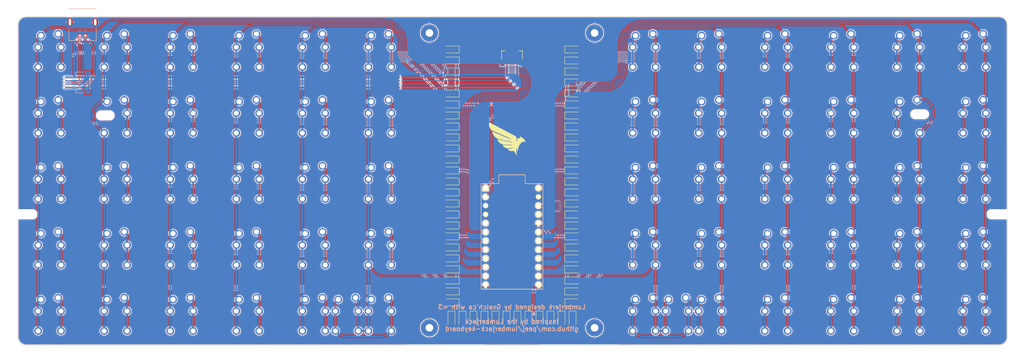
<source format=kicad_pcb>
(kicad_pcb (version 20211232) (generator pcbnew)
  (title_block (date "2021-01-23") (rev "1.2"))
  (layers (0 "F.Cu" signal) (31 "B.Cu" signal) (34 "B.Paste" user) (35 "F.Paste" user) (36 "B.SilkS" user "B.Silkscreen") (37 "F.SilkS" user "F.Silkscreen") (38 "B.Mask" user) (39 "F.Mask" user) (44 "Edge.Cuts" user))
  (net 0 "")
  (net 1 "Row0")
  (net 2 "Net-(D1-A)")
  (net 3 "Net-(D2-A)")
  (net 4 "Net-(D3-A)")
  (net 5 "Net-(D4-A)")
  (net 6 "Net-(D5-A)")
  (net 7 "Net-(D6-A)")
  (net 8 "Net-(D7-A)")
  (net 9 "Net-(D8-A)")
  (net 10 "Net-(D9-A)")
  (net 11 "Net-(D10-A)")
  (net 12 "Net-(D11-A)")
  (net 13 "Net-(D12-A)")
  (net 14 "Row1")
  (net 15 "Net-(D13-A)")
  (net 16 "Net-(D14-A)")
  (net 17 "Net-(D15-A)")
  (net 18 "Net-(D16-A)")
  (net 19 "Net-(D17-A)")
  (net 20 "Net-(D18-A)")
  (net 21 "Net-(D19-A)")
  (net 22 "Net-(D21-A)")
  (net 23 "Net-(D22-A)")
  (net 24 "Net-(D23-A)")
  (net 25 "Net-(D24-A)")
  (net 26 "Row2")
  (net 27 "Net-(D25-A)")
  (net 28 "Net-(D26-A)")
  (net 29 "Net-(D27-A)")
  (net 30 "Net-(D28-A)")
  (net 31 "Net-(D29-A)")
  (net 32 "Net-(D30-A)")
  (net 33 "Net-(D33-A)")
  (net 34 "Net-(D34-A)")
  (net 35 "Net-(D35-A)")
  (net 36 "Net-(D36-A)")
  (net 37 "Row3")
  (net 38 "Net-(D37-A)")
  (net 39 "Net-(D38-A)")
  (net 40 "Net-(D39-A)")
  (net 41 "Net-(D40-A)")
  (net 42 "Net-(D41-A)")
  (net 43 "Net-(D42-A)")
  (net 44 "Net-(D43-A)")
  (net 45 "Net-(D44-A)")
  (net 46 "Net-(D45-A)")
  (net 47 "Net-(D46-A)")
  (net 48 "Net-(D47-A)")
  (net 49 "Net-(D48-A)")
  (net 50 "Row4")
  (net 51 "Net-(D49-A)")
  (net 52 "Net-(D50-A)")
  (net 53 "Net-(D51-A)")
  (net 54 "Net-(D52-A)")
  (net 55 "Net-(D53-A)")
  (net 56 "Net-(D54-A)")
  (net 57 "Net-(D55-A)")
  (net 58 "Net-(D56-A)")
  (net 59 "Net-(D57-A)")
  (net 60 "Net-(D58-A)")
  (net 61 "Net-(D59-A)")
  (net 62 "Net-(D60-A)")
  (net 63 "Col0")
  (net 64 "Col1")
  (net 65 "Col2")
  (net 66 "Col3")
  (net 67 "Col4")
  (net 68 "Col5")
  (net 69 "Col6")
  (net 70 "Col7")
  (net 71 "Col8")
  (net 72 "Col9")
  (net 73 "Col10")
  (net 74 "Col11")
  (net 76 "Net-(D20-A)")
  (net 77 "Net-(D31-A)")
  (net 78 "Net-(D32-A)")
  (net 79 "GND")
  (net 80 "+5V")
  (net 81 "USBGND")
  (net 83 "USB+")
  (net 84 "USB-")
  (net 85 "USBVCC")
  (net 86 "Net-(U1-RST)")
  (footprint "lumberjack:MountingHole_M2" (layer "F.Cu") (at 128.587608 59.5313)
    (fp_text reference "H1" hide)
    (fp_text value "M2")
  )
  (footprint "lumberjack:MountingHole_M2" (layer "F.Cu") (at 176.212648 59.5313)
    (fp_text reference "H2" hide)
    (fp_text value "M2")
  )
  (footprint "lumberjack:MountingHole_M2" (layer "F.Cu") (at 128.587608 144.661059)
    (fp_text reference "H3" hide)
    (fp_text value "M2")
  )
  (footprint "lumberjack:MountingHole_M2" (layer "F.Cu") (at 176.212648 144.661059)
    (fp_text reference "H4" hide)
    (fp_text value "M2")
  )
  (footprint "Schematic Library:poker-screw-wide" (layer "F.Cu") (at 11.905968 111.89375)
    (fp_text reference "H5" hide)
    (fp_text value "M2" hide)
  )
  (footprint "Schematic Library:poker-screw-wide" (layer "F.Cu") (at 292.893718 111.89375)
    (fp_text reference "H6" hide)
    (fp_text value "M2" hide)
  )
  (footprint "Diode_SMD:D_SOD-123" (layer "F.Cu") (at 134.937468 111.91875 180)
    (fp_text reference "D28" hide)
    (fp_text value "D_Small")
  )
  (footprint "Diode_SMD:D_SOD-123" (layer "F.Cu") (at 163.512468 142.08125 -90)
    (fp_text reference "D58" hide)
    (fp_text value "D_Small")
  )
  (footprint "Alps:ALPS-SI-2U" (layer "F.Cu") (at 200.024968 140.49375)
    (fp_text reference "MX55-1")
    (fp_text value "MX-NoLED")
  )
  (footprint "Diode_SMD:D_SOD-123" (layer "F.Cu") (at 169.862468 111.91875)
    (fp_text reference "D33" hide)
    (fp_text value "D_Small")
  )
  (footprint "Diode_SMD:D_SOD-123" (layer "F.Cu") (at 147.637468 142.08125 -90)
    (fp_text reference "D53" hide)
    (fp_text value "D_Small")
  )
  (footprint "Diode_SMD:D_SOD-123" (layer "F.Cu") (at 134.937468 73.81875 180)
    (fp_text reference "D4" hide)
    (fp_text value "D_Small")
  )
  (footprint "Alps:ALPS-SI-1U" (layer "F.Cu") (at 114.299968 64.29375)
    (fp_text reference "MX6")
    (fp_text value "MX-NoLED")
  )
  (footprint "silks:falcon" (layer "F.Cu") (at 152.399968 89.59375)
    (fp_text reference "H10" hide)
    (fp_text value "logo" hide)
  )
  (footprint "Alps:ALPS-SI-1U" (layer "F.Cu") (at 95.249968 64.29375)
    (fp_text reference "MX5")
    (fp_text value "MX-NoLED")
  )
  (footprint "Diode_SMD:D_SOD-123" (layer "F.Cu") (at 169.862468 121.44375)
    (fp_text reference "D48" hide)
    (fp_text value "D_Small")
  )
  (footprint "Diode_SMD:D_SOD-123" (layer "F.Cu") (at 169.862468 134.14375)
    (fp_text reference "D44" hide)
    (fp_text value "D_Small")
  )
  (footprint "Alps:ALPS-SI-1U" (layer "F.Cu") (at 38.099968 102.39375)
    (fp_text reference "MX26")
    (fp_text value "MX-NoLED")
  )
  (footprint "Schematic Library:Jumper-UserFriendly" (layer "F.Cu") (at 164.549968 107.99375 180)
    (fp_text reference "SW1" hide)
    (fp_text value "SW_Push")
  )
  (footprint "Diode_SMD:D_SOD-123" (layer "F.Cu") (at 169.862468 76.99375)
    (fp_text reference "D8" hide)
    (fp_text value "D_Small")
  )
  (footprint "Alps:ALPS-SI-1U" (layer "F.Cu") (at 190.499968 64.29375)
    (fp_text reference "MX7")
    (fp_text value "MX-NoLED")
  )
  (footprint "Schematic Library:poker-screw-normal" (layer "F.Cu") (at 269.959968 82.99575)
    (fp_text reference "H9" hide)
    (fp_text value "M2" hide)
  )
  (footprint "Diode_SMD:D_SOD-123" (layer "F.Cu") (at 169.862468 124.61875)
    (fp_text reference "D47" hide)
    (fp_text value "D_Small")
  )
  (footprint "Diode_SMD:D_SOD-123" (layer "F.Cu") (at 144.462468 142.08125 -90)
    (fp_text reference "D52" hide)
    (fp_text value "D_Small")
  )
  (footprint "Alps:ALPS-SI-1U" (layer "F.Cu") (at 57.149968 121.44375)
    (fp_text reference "MX39")
    (fp_text value "MX-NoLED")
  )
  (footprint "Alps:ALPS-SI-1U" (layer "F.Cu") (at 190.499968 83.34375)
    (fp_text reference "MX19")
    (fp_text value "MX-NoLED")
  )
  (footprint "Alps:ALPS-SI-1U" (layer "F.Cu") (at 228.599968 64.29375)
    (fp_text reference "MX9")
    (fp_text value "MX-NoLED")
  )
  (footprint "Alps:ALPS-SI-1U" (layer "F.Cu") (at 114.299968 83.34375)
    (fp_text reference "MX18")
    (fp_text value "MX-NoLED")
  )
  (footprint "Diode_SMD:D_SOD-123" (layer "F.Cu") (at 169.862468 137.31875)
    (fp_text reference "D43" hide)
    (fp_text value "D_Small")
  )
  (footprint "Alps:ALPS-SI-1U" (layer "F.Cu") (at 38.099968 64.29375)
    (fp_text reference "MX2")
    (fp_text value "MX-NoLED")
  )
  (footprint "Diode_SMD:D_SOD-123" (layer "F.Cu") (at 134.937468 108.74375 180)
    (fp_text reference "D27" hide)
    (fp_text value "D_Small")
  )
  (footprint "Diode_SMD:D_SOD-123" (layer "F.Cu") (at 134.937468 115.09375 180)
    (fp_text reference "D29" hide)
    (fp_text value "D_Small")
  )
  (footprint "Alps:ALPS-SI-1U" (layer "F.Cu") (at 76.199968 64.29375)
    (fp_text reference "MX4")
    (fp_text value "MX-NoLED")
  )
  (footprint "Diode_SMD:D_SOD-123" (layer "F.Cu") (at 134.937468 86.51875 180)
    (fp_text reference "D14" hide)
    (fp_text value "D_Small")
  )
  (footprint "Diode_SMD:D_SOD-123" (layer "F.Cu") (at 169.862468 86.51875)
    (fp_text reference "D23" hide)
    (fp_text value "D_Small")
  )
  (footprint "Diode_SMD:D_SOD-123" (layer "F.Cu") (at 134.937468 67.46875 180)
    (fp_text reference "D2" hide)
    (fp_text value "D_Small")
  )
  (footprint "Diode_SMD:D_SOD-123" (layer "F.Cu") (at 169.862468 142.08125 -90)
    (fp_text reference "D60" hide)
    (fp_text value "D_Small")
  )
  (footprint "Alps:ALPS-SI-1U" (layer "F.Cu") (at 19.049968 140.49375)
    (fp_text reference "MX49")
    (fp_text value "MX-NoLED")
  )
  (footprint "Alps:ALPS-SI-1U" (layer "F.Cu") (at 57.149968 64.29375)
    (fp_text reference "MX3")
    (fp_text value "MX-NoLED")
  )
  (footprint "Diode_SMD:D_SOD-123" (layer "F.Cu") (at 138.112468 142.08125 -90)
    (fp_text reference "D50" hide)
    (fp_text value "D_Small")
  )
  (footprint "Diode_SMD:D_SOD-123" (layer "F.Cu") (at 169.862468 70.64375)
    (fp_text reference "D10" hide)
    (fp_text value "D_Small")
  )
  (footprint "Diode_SMD:D_SOD-123" (layer "F.Cu") (at 169.862468 73.81875)
    (fp_text reference "D9" hide)
    (fp_text value "D_Small")
  )
  (footprint "Diode_SMD:D_SOD-123" (layer "F.Cu") (at 134.937468 124.61875 180)
    (fp_text reference "D38" hide)
    (fp_text value "D_Small")
  )
  (footprint "Alps:ALPS-SI-1U" (layer "F.Cu") (at 209.549968 140.49375)
    (fp_text reference "MX56")
    (fp_text value "MX-NoLED")
  )
  (footprint "Alps:ALPS-SI-1U" (layer "F.Cu") (at 285.749968 140.49375)
    (fp_text reference "MX60")
    (fp_text value "MX-NoLED")
  )
  (footprint "Alps:ALPS-SI-1U" (layer "F.Cu") (at 19.049968 121.44375)
    (fp_text reference "MX37")
    (fp_text value "MX-NoLED")
  )
  (footprint "Diode_SMD:D_SOD-123" (layer "F.Cu") (at 169.862468 108.74375)
    (fp_text reference "D34" hide)
    (fp_text value "D_Small")
  )
  (footprint "Alps:ALPS-SI-1U" (layer "F.Cu") (at 266.699968 83.34375)
    (fp_text reference "MX23")
    (fp_text value "MX-NoLED")
  )
  (footprint "Diode_SMD:D_SOD-123" (layer "F.Cu") (at 169.862468 92.86875)
    (fp_text reference "D21" hide)
    (fp_text value "D_Small")
  )
  (footprint "Alps:ALPS-SI-1U" (layer "F.Cu") (at 57.149968 102.39375)
    (fp_text reference "MX27")
    (fp_text value "MX-NoLED")
  )
  (footprint "Alps:ALPS-SI-1U" (layer "F.Cu") (at 247.649968 102.39375)
    (fp_text reference "MX34")
    (fp_text value "MX-NoLED")
  )
  (footprint "Diode_SMD:D_SOD-123" (layer "F.Cu") (at 134.937468 137.31875 180)
    (fp_text reference "D42" hide)
    (fp_text value "D_Small")
  )
  (footprint "Diode_SMD:D_SOD-123" (layer "F.Cu") (at 134.937468 80.16875 180)
    (fp_text reference "D6" hide)
    (fp_text value "D_Small")
  )
  (footprint "Diode_SMD:D_SOD-123" (layer "F.Cu") (at 169.862468 118.26875)
    (fp_text reference "D31" hide)
    (fp_text value "D_Small")
  )
  (footprint "Alps:ALPS-SI-1U" (layer "F.Cu") (at 266.699968 64.29375)
    (fp_text reference "MX11")
    (fp_text value "MX-NoLED")
  )
  (footprint "Alps:ALPS-SI-2U" (layer "F.Cu") (at 104.774968 140.49375)
    (fp_text reference "MX54-1")
    (fp_text value "MX-NoLED")
  )
  (footprint "Alps:ALPS-SI-1U" (layer "F.Cu") (at 247.649968 64.29375)
    (fp_text reference "MX10")
    (fp_text value "MX-NoLED")
  )
  (footprint "Alps:ALPS-SI-1U" (layer "F.Cu") (at 190.499968 140.49375)
    (fp_text reference "MX55")
    (fp_text value "MX-NoLED")
  )
  (footprint "Schematic Library:poker-screw-normal" (layer "F.Cu") (at 35.124968 83.34375)
    (fp_text reference "H8" hide)
    (fp_text value "M2" hide)
  )
  (footprint "Diode_SMD:D_SOD-123" (layer "F.Cu") (at 134.937468 134.14375 180)
    (fp_text reference "D41" hide)
    (fp_text value "D_Small")
  )
  (footprint "Alps:ALPS-SI-1U" (layer "F.Cu") (at 57.149968 140.49375)
    (fp_text reference "MX51")
    (fp_text value "MX-NoLED")
  )
  (footprint "Alps:ALPS-SI-1U" (layer "F.Cu") (at 266.699968 102.39375)
    (fp_text reference "MX35")
    (fp_text value "MX-NoLED")
  )
  (footprint "Diode_SMD:D_SOD-123" (layer "F.Cu") (at 169.862468 67.46875)
    (fp_text reference "D11" hide)
    (fp_text value "D_Small")
  )
  (footprint "Diode_SMD:D_SOD-123" (layer "F.Cu") (at 169.862468 127.79375)
    (fp_text reference "D46" hide)
    (fp_text value "D_Small")
  )
  (footprint "Alps:ALPS-SI-1U" (layer "F.Cu") (at 95.249968 102.39375)
    (fp_text reference "MX29")
    (fp_text value "MX-NoLED")
  )
  (footprint "Alps:ALPS-SI-1U" (layer "F.Cu") (at 114.299968 102.39375)
    (fp_text reference "MX30")
    (fp_text value "MX-NoLED")
  )
  (footprint "Alps:ALPS-SI-1U" (layer "F.Cu") (at 285.749968 121.44375)
    (fp_text reference "MX48")
    (fp_text value "MX-NoLED")
  )
  (footprint "Diode_SMD:D_SOD-123" (layer "F.Cu") (at 134.937468 89.69375 180)
    (fp_text reference "D15" hide)
    (fp_text value "D_Small")
  )
  (footprint "Diode_SMD:D_SOD-123" (layer "F.Cu") (at 169.862468 80.16875)
    (fp_text reference "D7" hide)
    (fp_text value "D_Small")
  )
  (footprint "Diode_SMD:D_SOD-123" (layer "F.Cu") (at 166.687468 142.08125 -90)
    (fp_text reference "D59" hide)
    (fp_text value "D_Small")
  )
  (footprint "Alps:ALPS-SI-1U" (layer "F.Cu") (at 247.649968 140.49375)
    (fp_text reference "MX58")
    (fp_text value "MX-NoLED")
  )
  (footprint "Alps:ALPS-SI-1U" (layer "F.Cu") (at 266.699968 140.49375)
    (fp_text reference "MX59")
    (fp_text value "MX-NoLED")
  )
  (footprint "Alps:ALPS-SI-1U" (layer "F.Cu") (at 114.299968 140.49375)
    (fp_text reference "MX54")
    (fp_text value "MX-NoLED")
  )
  (footprint "Diode_SMD:D_SOD-123" (layer "F.Cu") (at 153.987468 142.08125 -90)
    (fp_text reference "D55" hide)
    (fp_text value "D_Small")
  )
  (footprint "Diode_SMD:D_SOD-123" (layer "F.Cu") (at 169.862468 105.56875)
    (fp_text reference "D35" hide)
    (fp_text value "D_Small")
  )
  (footprint "Alps:ALPS-SI-1U" (layer "F.Cu") (at 247.649968 83.34375)
    (fp_text reference "MX22")
    (fp_text value "MX-NoLED")
  )
  (footprint "Alps:ALPS-SI-1U" (layer "F.Cu") (at 285.749968 83.34375)
    (fp_text reference "MX24")
    (fp_text value "MX-NoLED")
  )
  (footprint "Alps:ALPS-SI-1U" (layer "F.Cu") (at 190.499968 102.39375)
    (fp_text reference "MX31")
    (fp_text value "MX-NoLED")
  )
  (footprint "Diode_SMD:D_SOD-123" (layer "F.Cu") (at 169.862468 99.21875)
    (fp_text reference "D19" hide)
    (fp_text value "D_Small")
  )
  (footprint "Diode_SMD:D_SOD-123" (layer "F.Cu") (at 134.937468 92.86875 180)
    (fp_text reference "D16" hide)
    (fp_text value "D_Small")
  )
  (footprint "Alps:ALPS-SI-1U" (layer "F.Cu") (at 95.249968 83.34375)
    (fp_text reference "MX17")
    (fp_text value "MX-NoLED")
  )
  (footprint "Diode_SMD:D_SOD-123" (layer "F.Cu") (at 169.862468 130.96875)
    (fp_text reference "D45" hide)
    (fp_text value "D_Small")
  )
  (footprint "Alps:ALPS-SI-1U" (layer "F.Cu") (at 19.049968 64.29375)
    (fp_text reference "MX1")
    (fp_text value "MX-NoLED")
  )
  (footprint "Diode_SMD:D_SOD-123" (layer "F.Cu") (at 134.937468 83.34375 180)
    (fp_text reference "D13" hide)
    (fp_text value "D_Small")
  )
  (footprint "Alps:ALPS-SI-1U" (layer "F.Cu") (at 190.499968 121.44375)
    (fp_text reference "MX43")
    (fp_text value "MX-NoLED")
  )
  (footprint "Diode_SMD:D_SOD-123" (layer "F.Cu") (at 134.937468 64.29375 180)
    (fp_text reference "D1" hide)
    (fp_text value "D_Small")
  )
  (footprint "Alps:ALPS-SI-1U" (layer "F.Cu") (at 209.549968 121.44375)
    (fp_text reference "MX44")
    (fp_text value "MX-NoLED")
  )
  (footprint "Alps:ALPS-SI-1U" (layer "F.Cu") (at 247.649968 121.44375)
    (fp_text reference "MX46")
    (fp_text value "MX-NoLED")
  )
  (footprint "Diode_SMD:D_SOD-123" (layer "F.Cu") (at 169.862468 83.34375)
    (fp_text reference "D24" hide)
    (fp_text value "D_Small")
  )
  (footprint "Diode_SMD:D_SOD-123" (layer "F.Cu") (at 169.862468 89.69375)
    (fp_text reference "D22" hide)
    (fp_text value "D_Small")
  )
  (footprint "Alps:ALPS-SI-1U" (layer "F.Cu") (at 76.199968 83.34375)
    (fp_text reference "MX16")
    (fp_text value "MX-NoLED")
  )
  (footprint "Diode_SMD:D_SOD-123" (layer "F.Cu") (at 134.937468 76.99375 180)
    (fp_text reference "D5" hide)
    (fp_text value "D_Small")
  )
  (footprint "Schematic Library:JST-SR-4" (layer "F.Cu") (at 152.399968 69.05625)
    (fp_text reference "J2" hide)
    (fp_text value "SM04B-SRSS-TB(LF)(SN)")
  )
  (footprint "Diode_SMD:D_SOD-123" (layer "F.Cu") (at 150.812468 142.08125 -90)
    (fp_text reference "D54" hide)
    (fp_text value "D_Small")
  )
  (footprint "Diode_SMD:D_SOD-123" (layer "F.Cu") (at 134.937468 142.08125 -90)
    (fp_text reference "D49" hide)
    (fp_text value "D_Small")
  )
  (footprint "Diode_SMD:D_SOD-123" (layer "F.Cu") (at 134.937468 130.96875 180)
    (fp_text reference "D40" hide)
    (fp_text value "D_Small")
  )
  (footprint "Alps:ALPS-SI-1U" (layer "F.Cu") (at 38.099968 83.34375)
    (fp_text reference "MX14")
    (fp_text value "MX-NoLED")
  )
  (footprint "Diode_SMD:D_SOD-123" (layer "F.Cu") (at 134.937468 121.44375 180)
    (fp_text reference "D37" hide)
    (fp_text value "D_Small")
  )
  (footprint "Diode_SMD:D_SOD-123" (layer "F.Cu") (at 134.937468 96.04375 180)
    (fp_text reference "D17" hide)
    (fp_text value "D_Small")
  )
  (footprint "Alps:ALPS-SI-1U" (layer "F.Cu") (at 76.199968 102.39375)
    (fp_text reference "MX28")
    (fp_text value "MX-NoLED")
  )
  (footprint "Diode_SMD:D_SOD-123" (layer "F.Cu") (at 157.162468 142.08125 -90)
    (fp_text reference "D56" hide)
    (fp_text value "D_Small")
  )
  (footprint "ProMicro:ProMicro" (layer "F.Cu") (at 152.399968 118.26875 -90)
    (fp_text reference "U1" hide)
    (fp_text value "ProMicro")
  )
  (footprint "Diode_SMD:D_SOD-123" (layer "F.Cu") (at 169.862468 115.09375)
    (fp_text reference "D32" hide)
    (fp_text value "D_Small")
  )
  (footprint "Alps:ALPS-SI-1U" (layer "F.Cu") (at 209.549968 64.29375)
    (fp_text reference "MX8")
    (fp_text value "MX-NoLED")
  )
  (footprint "Alps:ALPS-SI-1U" (layer "F.Cu") (at 209.549968 83.34375)
    (fp_text reference "MX20")
    (fp_text value "MX-NoLED")
  )
  (footprint "Alps:ALPS-SI-1U" (layer "F.Cu") (at 285.75024 64.293804)
    (fp_text reference "MX12")
    (fp_text value "MX-NoLED")
  )
  (footprint "Diode_SMD:D_SOD-123" (layer "F.Cu") (at 169.862468 64.29375)
    (fp_text reference "D12" hide)
    (fp_text value "D_Small")
  )
  (footprint "Alps:ALPS-SI-1U" (layer "F.Cu") (at 95.249968 140.49375)
    (fp_text reference "MX53")
    (fp_text value "MX-NoLED")
  )
  (footprint "Alps:ALPS-SI-1U" (layer "F.Cu") (at 228.599968 83.34375)
    (fp_text reference "MX21")
    (fp_text value "MX-NoLED")
  )
  (footprint "Diode_SMD:D_SOD-123" (layer "F.Cu") (at 169.862468 96.04375)
    (fp_text reference "D20" hide)
    (fp_text value "D_Small")
  )
  (footprint "Alps:ALPS-SI-1U" (layer "F.Cu") (at 95.249968 121.44375)
    (fp_text reference "MX41")
    (fp_text value "MX-NoLED")
  )
  (footprint "Alps:ALPS-SI-1U" (layer "F.Cu") (at 76.199968 140.49375)
    (fp_text reference "MX52")
    (fp_text value "MX-NoLED")
  )
  (footprint "Alps:ALPS-SI-1U" (layer "F.Cu") (at 114.299968 121.44375)
    (fp_text reference "MX42")
    (fp_text value "MX-NoLED")
  )
  (footprint "Alps:ALPS-SI-1U" (layer "F.Cu") (at 228.599968 121.44375)
    (fp_text reference "MX45")
    (fp_text value "MX-NoLED")
  )
  (footprint "Diode_SMD:D_SOD-123" (layer "F.Cu") (at 141.287468 142.08125 -90)
    (fp_text reference "D51" hide)
    (fp_text value "D_Small")
  )
  (footprint "Diode_SMD:D_SOD-123" (layer "F.Cu") (at 160.337468 142.08125 -90)
    (fp_text reference "D57" hide)
    (fp_text value "D_Small")
  )
  (footprint "Diode_SMD:D_SOD-123" (layer "F.Cu") (at 169.862468 102.39375)
    (fp_text reference "D36" hide)
    (fp_text value "D_Small")
  )
  (footprint "Diode_SMD:D_SOD-123" (layer "F.Cu") (at 134.937468 118.26875 180)
    (fp_text reference "D30" hide)
    (fp_text value "D_Small")
  )
  (footprint "Alps:ALPS-SI-1U" (layer "F.Cu") (at 38.099968 121.44375)
    (fp_text reference "MX38")
    (fp_text value "MX-NoLED")
  )
  (footprint "Alps:ALPS-SI-1U" (layer "F.Cu") (at 285.749968 102.39375)
    (fp_text reference "MX36")
    (fp_text value "MX-NoLED")
  )
  (footprint "Diode_SMD:D_SOD-123" (layer "F.Cu") (at 134.937468 105.56875 180)
    (fp_text reference "D26" hide)
    (fp_text value "D_Small")
  )
  (footprint "Alps:ALPS-SI-1U" (layer "F.Cu") (at 38.099968 140.49375)
    (fp_text reference "MX50")
    (fp_text value "MX-NoLED")
  )
  (footprint "Alps:ALPS-SI-1U" (layer "F.Cu") (at 19.049968 102.39375)
    (fp_text reference "MX25")
    (fp_text value "MX-NoLED")
  )
  (footprint "Diode_SMD:D_SOD-123" (layer "F.Cu") (at 134.937468 127.79375 180)
    (fp_text reference "D39" hide)
    (fp_text value "D_Small")
  )
  (footprint "Diode_SMD:D_SOD-123" (layer "F.Cu") (at 134.937468 99.21875 180)
    (fp_text reference "D18" hide)
    (fp_text value "D_Small")
  )
  (footprint "Diode_SMD:D_SOD-123" (layer "F.Cu") (at 134.937468 102.39375 180)
    (fp_text reference "D25" hide)
    (fp_text value "D_Small")
  )
  (footprint "Alps:ALPS-SI-1U" (layer "F.Cu") (at 228.599968 102.39375)
    (fp_text reference "MX33")
    (fp_text value "MX-NoLED")
  )
  (footprint "Alps:ALPS-SI-1U" (layer "F.Cu") (at 209.549968 102.39375)
    (fp_text reference "MX32")
    (fp_text value "MX-NoLED")
  )
  (footprint "Alps:ALPS-SI-1U" (layer "F.Cu") (at 57.149968 83.34375)
    (fp_text reference "MX15")
    (fp_text value "MX-NoLED")
  )
  (footprint "Alps:ALPS-SI-1U" (layer "F.Cu") (at 228.599968 140.49375)
    (fp_text reference "MX57")
    (fp_text value "MX-NoLED")
  )
  (footprint "Alps:ALPS-SI-1U" (layer "F.Cu") (at 266.699968 121.44375)
    (fp_text reference "MX47")
    (fp_text value "MX-NoLED")
  )
  (footprint "Alps:ALPS-SI-1U" (layer "F.Cu") (at 76.199968 121.44375)
    (fp_text reference "MX40")
    (fp_text value "MX-NoLED")
  )
  (footprint "Diode_SMD:D_SOD-123" (layer "F.Cu") (at 134.937468 70.64375 180)
    (fp_text reference "D3" hide)
    (fp_text value "D_Small")
  )
  (footprint "Alps:ALPS-SI-1U" (layer "F.Cu") (at 19.049968 83.34375)
    (fp_text reference "MX13")
    (fp_text value "MX-NoLED")
  )
  (footprint "Schematic Library:JST-SR-4" (layer "B.Cu") (at 30.956218 73.81875 -90)
    (fp_text reference "J3" hide)
    (fp_text value "SM04B-SRSS-TB(LF)(SN)")
  )
  (footprint "Schematic Library:Molex-54819-0519-MFG" (layer "B.Cu") (at 28.574968 57.15)
    (fp_text reference "USB1" hide)
    (fp_text value "Molex-0548190589" hide)
  )
  (gr_line (start 12.28125 54.76875) (end 292.89375 54.76875) (stroke (width 0.15)) (layer "Edge.Cuts"))
  (gr_line (start 295.275 57.15) (end 295.275 147.3) (stroke (width 0.15)) (layer "Edge.Cuts"))
  (gr_line (start 292.89375 149.68125) (end 12.28125 149.68125) (stroke (width 0.15)) (layer "Edge.Cuts"))
  (gr_line (start 9.9 147.3) (end 9.9 57.15) (stroke (width 0.15)) (layer "Edge.Cuts"))
  (gr_arc (start 295.275 147.3) (mid 294.577548 148.983798) (end 292.89375 149.68125) (stroke (width 0.15)) (layer "Edge.Cuts"))
  (gr_arc (start 292.89375 54.76875) (mid 294.577548 55.466202) (end 295.275 57.15) (stroke (width 0.15)) (layer "Edge.Cuts"))
  (gr_arc (start 12.28125 149.68125) (mid 10.597452 148.983798) (end 9.9 147.3) (stroke (width 0.15)) (layer "Edge.Cuts"))
  (gr_arc (start 9.9 57.15) (mid 10.597452 55.466202) (end 12.28125 54.76875) (stroke (width 0.15)) (layer "Edge.Cuts"))
  (gr_text "Lumberjerk designed by Gvalch'ca with <3\n\nInspired by the Lumberjack\ngithub.com/peej/lumberjack-keyboard" (at 152.349968 141.79375) (layer "B.SilkS") (effects (font (size 1.3 1.3) (thickness 0.26) bold) (justify mirror)))
  (segment (start 146.474968 80.16875) (end 168.212468 80.16875) (width 0.5) (layer "F.Cu") (net 1))
  (segment (start 136.587468 80.16875) (end 146.474968 80.16875) (width 0.5) (layer "F.Cu") (net 1))
  (segment (start 168.212468 80.16875) (end 168.212468 64.29375) (width 0.5) (layer "F.Cu") (net 1))
  (segment (start 136.587468 64.29375) (end 136.587468 80.16875) (width 0.5) (layer "F.Cu") (net 1))
  (via (at 146.474968 80.16875) (size 0.6) (drill 0.4) (layers "F.Cu" "B.Cu") (net 1))
  (segment (start 145.889181 105.729537) (end 144.779968 106.83875) (width 0.5) (layer "B.Cu") (net 1))
  (segment (start 146.474968 80.16875) (end 146.474968 104.315323) (width 0.5) (layer "B.Cu") (net 1))
  (arc (start 145.889181 105.729537) (mid 146.322727 105.08069) (end 146.474968 104.315323) (width 0.5) (layer "B.Cu") (net 1))
  (segment (start 131.459041 65.29375) (end 27.653859 65.29375) (width 0.25) (layer "F.Cu") (net 2))
  (segment (start 133.287468 64.29375) (end 132.873254 64.707964) (width 0.25) (layer "F.Cu") (net 2))
  (segment (start 25.532538 66.17243) (end 22.349968 69.355) (width 0.25) (layer "F.Cu") (net 2))
  (arc (start 132.873254 64.707964) (mid 132.224408 65.141509) (end 131.459041 65.29375) (width 0.25) (layer "F.Cu") (net 2))
  (arc (start 25.532538 66.17243) (mid 26.505808 65.522111) (end 27.653859 65.29375) (width 0.25) (layer "F.Cu") (net 2))
  (segment (start 22.349968 63.635) (end 22.349968 60.59375) (width 0.5) (layer "B.Cu") (net 2))
  (segment (start 22.349968 69.355) (end 22.349968 63.635) (width 0.5) (layer "B.Cu") (net 2))
  (segment (start 22.349968 60.59375) (end 21.549968 59.79375) (width 0.5) (layer "B.Cu") (net 2))
  (segment (start 133.287468 67.46875) (end 132.147774 66.329056) (width 0.25) (layer "F.Cu") (net 3))
  (segment (start 130.733561 65.74327) (end 46.254339 65.74327) (width 0.25) (layer "F.Cu") (net 3))
  (segment (start 44.133018 66.62195) (end 41.399968 69.355) (width 0.25) (layer "F.Cu") (net 3))
  (arc (start 44.133018 66.62195) (mid 45.106288 65.971631) (end 46.254339 65.74327) (width 0.25) (layer "F.Cu") (net 3))
  (arc (start 130.733561 65.74327) (mid 131.498928 65.895511) (end 132.147774 66.329056) (width 0.25) (layer "F.Cu") (net 3))
  (segment (start 41.399968 60.59375) (end 40.599968 59.79375) (width 0.5) (layer "B.Cu") (net 3))
  (segment (start 41.399968 63.635) (end 41.399968 60.59375) (width 0.5) (layer "B.Cu") (net 3))
  (segment (start 41.399968 69.355) (end 41.399968 63.635) (width 0.5) (layer "B.Cu") (net 3))
  (segment (start 132.701681 68.545463) (end 130.934794 66.778576) (width 0.25) (layer "F.Cu") (net 4))
  (segment (start 133.287468 70.64375) (end 133.287468 69.959677) (width 0.25) (layer "F.Cu") (net 4))
  (segment (start 62.733498 67.07147) (end 60.449968 69.355) (width 0.25) (layer "F.Cu") (net 4))
  (segment (start 129.520581 66.19279) (end 64.854819 66.19279) (width 0.25) (layer "F.Cu") (net 4))
  (arc (start 130.934794 66.778576) (mid 130.285948 66.345031) (end 129.520581 66.19279) (width 0.25) (layer "F.Cu") (net 4))
  (arc (start 62.733498 67.07147) (mid 63.706768 66.421151) (end 64.854819 66.19279) (width 0.25) (layer "F.Cu") (net 4))
  (arc (start 132.701681 68.545463) (mid 133.135227 69.19431) (end 133.287468 69.959677) (width 0.25) (layer "F.Cu") (net 4))
  (segment (start 60.449968 69.355) (end 60.449968 63.635) (width 0.5) (layer "B.Cu") (net 4))
  (segment (start 60.449968 63.635) (end 60.449968 60.59375) (width 0.5) (layer "B.Cu") (net 4))
  (segment (start 60.449968 60.59375) (end 59.649968 59.79375) (width 0.5) (layer "B.Cu") (net 4))
  (segment (start 81.333978 67.52099) (end 79.499968 69.355) (width 0.25) (layer "F.Cu") (net 5))
  (segment (start 126.770101 66.64231) (end 83.455299 66.64231) (width 0.25) (layer "F.Cu") (net 5))
  (segment (start 132.701681 71.745463) (end 128.184314 67.228096) (width 0.25) (layer "F.Cu") (net 5))
  (segment (start 133.287468 73.81875) (end 133.287468 73.159677) (width 0.25) (layer "F.Cu") (net 5))
  (arc (start 133.287468 73.159677) (mid 133.135227 72.39431) (end 132.701681 71.745463) (width 0.25) (layer "F.Cu") (net 5))
  (arc (start 83.455299 66.64231) (mid 82.307248 66.870672) (end 81.333978 67.52099) (width 0.25) (layer "F.Cu") (net 5))
  (arc (start 126.770101 66.64231) (mid 127.535468 66.794551) (end 128.184314 67.228096) (width 0.25) (layer "F.Cu") (net 5))
  (segment (start 79.499968 60.59375) (end 78.699968 59.79375) (width 0.5) (layer "B.Cu") (net 5))
  (segment (start 79.499968 63.635) (end 79.499968 60.59375) (width 0.5) (layer "B.Cu") (net 5))
  (segment (start 79.499968 69.355) (end 79.499968 63.635) (width 0.5) (layer "B.Cu") (net 5))
  (segment (start 132.701681 74.845463) (end 125.533834 67.677616) (width 0.25) (layer "F.Cu") (net 6))
  (segment (start 124.119621 67.09183) (end 102.055779 67.09183) (width 0.25) (layer "F.Cu") (net 6))
  (segment (start 99.934458 67.97051) (end 98.549968 69.355) (width 0.25) (layer "F.Cu") (net 6))
  (segment (start 133.287468 76.99375) (end 133.287468 76.259677) (width 0.25) (layer "F.Cu") (net 6))
  (arc (start 125.533834 67.677616) (mid 124.884988 67.244071) (end 124.119621 67.09183) (width 0.25) (layer "F.Cu") (net 6))
  (arc (start 133.287468 76.259677) (mid 133.135227 75.49431) (end 132.701681 74.845463) (width 0.25) (layer "F.Cu") (net 6))
  (arc (start 99.934458 67.97051) (mid 100.907728 67.320191) (end 102.055779 67.09183) (width 0.25) (layer "F.Cu") (net 6))
  (segment (start 98.549968 63.635) (end 98.549968 60.59375) (width 0.5) (layer "B.Cu") (net 6))
  (segment (start 98.549968 60.59375) (end 97.749968 59.79375) (width 0.5) (layer "B.Cu") (net 6))
  (segment (start 98.549968 69.355) (end 98.549968 63.635) (width 0.5) (layer "B.Cu") (net 6))
  (segment (start 133.287468 80.16875) (end 133.287468 79.559677) (width 0.25) (layer "F.Cu") (net 7))
  (segment (start 132.701681 78.145463) (end 122.976247 68.420029) (width 0.25) (layer "F.Cu") (net 7))
  (segment (start 120.854927 67.54135) (end 120.656259 67.54135) (width 0.25) (layer "F.Cu") (net 7))
  (segment (start 118.534938 68.42003) (end 117.599968 69.355) (width 0.25) (layer "F.Cu") (net 7))
  (arc (start 118.534938 68.42003) (mid 119.508208 67.769711) (end 120.656259 67.54135) (width 0.25) (layer "F.Cu") (net 7))
  (arc (start 133.287468 79.559677) (mid 133.135227 78.79431) (end 132.701681 78.145463) (width 0.25) (layer "F.Cu") (net 7))
  (arc (start 122.976247 68.420029) (mid 122.002977 67.769711) (end 120.854927 67.54135) (width 0.25) (layer "F.Cu") (net 7))
  (segment (start 117.599968 63.635) (end 117.599968 60.59375) (width 0.5) (layer "B.Cu") (net 7))
  (segment (start 117.599968 69.355) (end 117.599968 63.635) (width 0.5) (layer "B.Cu") (net 7))
  (segment (start 117.599968 60.59375) (end 116.799968 59.79375) (width 0.5) (layer "B.Cu") (net 7))
  (segment (start 171.512468 80.16875) (end 171.512468 79.459677) (width 0.25) (layer "F.Cu") (net 8))
  (segment (start 172.098255 78.045463) (end 181.722729 68.420989) (width 0.25) (layer "F.Cu") (net 8))
  (segment (start 186.265958 68.42099) (end 187.199968 69.355) (width 0.25) (layer "F.Cu") (net 8))
  (segment (start 183.844049 67.54231) (end 184.144637 67.54231) (width 0.25) (layer "F.Cu") (net 8))
  (arc (start 181.722729 68.420989) (mid 182.695999 67.770671) (end 183.844049 67.54231) (width 0.25) (layer "F.Cu") (net 8))
  (arc (start 171.512468 79.459677) (mid 171.664709 78.69431) (end 172.098255 78.045463) (width 0.25) (layer "F.Cu") (net 8))
  (arc (start 186.265958 68.42099) (mid 185.292688 67.770671) (end 184.144637 67.54231) (width 0.25) (layer "F.Cu") (net 8))
  (segment (start 187.199968 61.09375) (end 187.999968 60.29375) (width 0.5) (layer "B.Cu") (net 8))
  (segment (start 187.199968 69.355) (end 187.199968 63.635) (width 0.5) (layer "B.Cu") (net 8))
  (segment (start 187.199968 63.635) (end 187.199968 61.09375) (width 0.5) (layer "B.Cu") (net 8))
  (segment (start 204.866438 67.97147) (end 206.249968 69.355) (width 0.25) (layer "F.Cu") (net 9))
  (segment (start 180.679355 67.09279) (end 202.745117 67.09279) (width 0.25) (layer "F.Cu") (net 9))
  (segment (start 172.098255 74.845463) (end 179.265142 67.678576) (width 0.25) (layer "F.Cu") (net 9))
  (segment (start 171.512468 76.99375) (end 171.512468 76.259677) (width 0.25) (layer "F.Cu") (net 9))
  (arc (start 204.866438 67.97147) (mid 203.893168 67.321151) (end 202.745117 67.09279) (width 0.25) (layer "F.Cu") (net 9))
  (arc (start 171.512468 76.259677) (mid 171.664709 75.49431) (end 172.098255 74.845463) (width 0.25) (layer "F.Cu") (net 9))
  (arc (start 179.265142 67.678576) (mid 179.913988 67.245031) (end 180.679355 67.09279) (width 0.25) (layer "F.Cu") (net 9))
  (segment (start 206.249968 61.09375) (end 207.049968 60.29375) (width 0.5) (layer "B.Cu") (net 9))
  (segment (start 206.249968 63.635) (end 206.249968 61.09375) (width 0.5) (layer "B.Cu") (net 9))
  (segment (start 206.249968 69.355) (end 206.249968 63.635) (width 0.5) (layer "B.Cu") (net 9))
  (segment (start 171.512468 73.81875) (end 171.512468 73.159677) (width 0.25) (layer "F.Cu") (net 10))
  (segment (start 178.028875 66.64327) (end 221.345597 66.64327) (width 0.25) (layer "F.Cu") (net 10))
  (segment (start 223.466918 67.52195) (end 225.299968 69.355) (width 0.25) (layer "F.Cu") (net 10))
  (segment (start 172.098255 71.745463) (end 176.614662 67.229056) (width 0.25) (layer "F.Cu") (net 10))
  (arc (start 221.345597 66.64327) (mid 222.493648 66.871632) (end 223.466918 67.52195) (width 0.25) (layer "F.Cu") (net 10))
  (arc (start 176.614662 67.229056) (mid 177.263508 66.795511) (end 178.028875 66.64327) (width 0.25) (layer "F.Cu") (net 10))
  (arc (start 171.512468 73.159677) (mid 171.664709 72.39431) (end 172.098255 71.745463) (width 0.25) (layer "F.Cu") (net 10))
  (segment (start 225.299968 61.09375) (end 226.099968 60.29375) (width 0.5) (layer "B.Cu") (net 10))
  (segment (start 225.299968 63.635) (end 225.299968 61.09375) (width 0.5) (layer "B.Cu") (net 10))
  (segment (start 225.299968 69.355) (end 225.299968 63.635) (width 0.5) (layer "B.Cu") (net 10))
  (segment (start 175.378395 66.19375) (end 239.946077 66.19375) (width 0.25) (layer "F.Cu") (net 11))
  (segment (start 171.512468 70.64375) (end 171.512468 70.059677) (width 0.25) (layer "F.Cu") (net 11))
  (segment (start 172.098255 68.645463) (end 173.964182 66.779536) (width 0.25) (layer "F.Cu") (net 11))
  (segment (start 242.067398 67.07243) (end 244.349968 69.355) (width 0.25) (layer "F.Cu") (net 11))
  (arc (start 172.098255 68.645463) (mid 171.664709 69.29431) (end 171.512468 70.059677) (width 0.25) (layer "F.Cu") (net 11))
  (arc (start 239.946077 66.19375) (mid 241.094128 66.422112) (end 242.067398 67.07243) (width 0.25) (layer "F.Cu") (net 11))
  (arc (start 173.964182 66.779536) (mid 174.613028 66.345991) (end 175.378395 66.19375) (width 0.25) (layer "F.Cu") (net 11))
  (segment (start 244.349968 69.355) (end 244.349968 63.635) (width 0.5) (layer "B.Cu") (net 11))
  (segment (start 244.349968 61.09375) (end 245.149968 60.29375) (width 0.5) (layer "B.Cu") (net 11))
  (segment (start 244.349968 63.635) (end 244.349968 61.09375) (width 0.5) (layer "B.Cu") (net 11))
  (segment (start 260.666918 66.62195) (end 263.399968 69.355) (width 0.25) (layer "F.Cu") (net 12))
  (segment (start 171.512468 67.46875) (end 171.512468 67.31875) (width 0.25) (layer "F.Cu") (net 12))
  (segment (start 173.916375 65.74327) (end 258.545597 65.74327) (width 0.25) (layer "F.Cu") (net 12))
  (segment (start 171.512468 67.31875) (end 172.502162 66.329056) (width 0.25) (layer "F.Cu") (net 12))
  (arc (start 258.545597 65.74327) (mid 259.693648 65.971632) (end 260.666918 66.62195) (width 0.25) (layer "F.Cu") (net 12))
  (arc (start 172.502162 66.329056) (mid 173.151008 65.895511) (end 173.916375 65.74327) (width 0.25) (layer "F.Cu") (net 12))
  (segment (start 263.399968 63.635) (end 263.399968 61.09375) (width 0.5) (layer "B.Cu") (net 12))
  (segment (start 263.399968 69.355) (end 263.399968 63.635) (width 0.5) (layer "B.Cu") (net 12))
  (segment (start 263.399968 61.09375) (end 264.199968 60.29375) (width 0.5) (layer "B.Cu") (net 12))
  (segment (start 279.267616 66.17243) (end 282.45024 69.355054) (width 0.25) (layer "F.Cu") (net 13))
  (segment (start 171.512468 64.29375) (end 171.926682 64.707964) (width 0.25) (layer "F.Cu") (net 13))
  (segment (start 173.340895 65.29375) (end 277.146295 65.29375) (width 0.25) (layer "F.Cu") (net 13))
  (arc (start 279.267616 66.17243) (mid 278.294346 65.522111) (end 277.146295 65.29375) (width 0.25) (layer "F.Cu") (net 13))
  (arc (start 173.340895 65.29375) (mid 172.575528 65.141509) (end 171.926682 64.707964) (width 0.25) (layer "F.Cu") (net 13))
  (segment (start 282.45024 69.355054) (end 282.45024 63.635054) (width 0.5) (layer "B.Cu") (net 13))
  (segment (start 282.45024 63.635054) (end 282.45024 61.093804) (width 0.5) (layer "B.Cu") (net 13))
  (segment (start 282.45024 61.093804) (end 283.25024 60.293804) (width 0.5) (layer "B.Cu") (net 13))
  (segment (start 168.212468 99.21875) (end 168.212468 83.34375) (width 0.5) (layer "F.Cu") (net 14))
  (segment (start 136.587468 83.34375) (end 136.587468 99.21875) (width 0.5) (layer "F.Cu") (net 14))
  (segment (start 136.587468 99.21875) (end 138.457327 99.21875) (width 0.5) (layer "F.Cu") (net 14))
  (segment (start 151.102609 99.21875) (end 168.212468 99.21875) (width 0.5) (layer "F.Cu") (net 14))
  (segment (start 140.578648 100.09743) (end 144.779968 104.29875) (width 0.5) (layer "F.Cu") (net 14))
  (segment (start 144.779968 104.29875) (end 148.981289 100.097429) (width 0.5) (layer "F.Cu") (net 14))
  (arc (start 148.981289 100.097429) (mid 149.954559 99.447111) (end 151.102609 99.21875) (width 0.5) (layer "F.Cu") (net 14))
  (arc (start 138.457327 99.21875) (mid 139.605378 99.447112) (end 140.578648 100.09743) (width 0.5) (layer "F.Cu") (net 14))
  (segment (start 133.287468 83.34375) (end 132.923254 83.707964) (width 0.25) (layer "F.Cu") (net 15))
  (segment (start 37.864181 84.879537) (end 37.635754 85.107964) (width 0.25) (layer "F.Cu") (net 15))
  (segment (start 36.221541 85.69375) (end 26.303859 85.69375) (width 0.25) (layer "F.Cu") (net 15))
  (segment (start 131.509041 84.29375) (end 39.278395 84.29375) (width 0.25) (layer "F.Cu") (net 15))
  (segment (start 24.182538 86.57243) (end 22.349968 88.405) (width 0.25) (layer "F.Cu") (net 15))
  (arc (start 37.864181 84.879537) (mid 38.513028 84.445991) (end 39.278395 84.29375) (width 0.25) (layer "F.Cu") (net 15))
  (arc (start 132.923254 83.707964) (mid 132.274408 84.141509) (end 131.509041 84.29375) (width 0.25) (layer "F.Cu") (net 15))
  (arc (start 37.635754 85.107964) (mid 36.986908 85.541509) (end 36.221541 85.69375) (width 0.25) (layer "F.Cu") (net 15))
  (arc (start 24.182538 86.57243) (mid 25.155808 85.922111) (end 26.303859 85.69375) (width 0.25) (layer "F.Cu") (net 15))
  (segment (start 22.349968 88.405) (end 22.349968 82.685) (width 0.5) (layer "B.Cu") (net 15))
  (segment (start 22.349968 82.685) (end 22.349968 79.64375) (width 0.5) (layer "B.Cu") (net 15))
  (segment (start 22.349968 79.64375) (end 21.549968 78.84375) (width 0.5) (layer "B.Cu") (net 15))
  (segment (start 133.287468 86.36875) (end 132.247774 85.329056) (width 0.25) (layer "F.Cu") (net 16))
  (segment (start 44.183018 85.62195) (end 41.399968 88.405) (width 0.25) (layer "F.Cu") (net 16))
  (segment (start 133.287468 86.51875) (end 133.287468 86.36875) (width 0.25) (layer "F.Cu") (net 16))
  (segment (start 130.833561 84.74327) (end 46.304339 84.74327) (width 0.25) (layer "F.Cu") (net 16))
  (arc (start 46.304339 84.74327) (mid 45.156288 84.971632) (end 44.183018 85.62195) (width 0.25) (layer "F.Cu") (net 16))
  (arc (start 132.247774 85.329056) (mid 131.598928 84.895511) (end 130.833561 84.74327) (width 0.25) (layer "F.Cu") (net 16))
  (segment (start 41.399968 82.685) (end 41.399968 79.64375) (width 0.5) (layer "B.Cu") (net 16))
  (segment (start 41.399968 88.405) (end 41.399968 82.685) (width 0.5) (layer "B.Cu") (net 16))
  (segment (start 41.399968 79.64375) (end 40.599968 78.84375) (width 0.5) (layer "B.Cu") (net 16))
  (segment (start 132.701681 87.545463) (end 130.934794 85.778576) (width 0.25) (layer "F.Cu") (net 17))
  (segment (start 133.287468 89.69375) (end 133.287468 88.959677) (width 0.25) (layer "F.Cu") (net 17))
  (segment (start 62.783498 86.07147) (end 60.449968 88.405) (width 0.25) (layer "F.Cu") (net 17))
  (segment (start 129.520581 85.19279) (end 64.904819 85.19279) (width 0.25) (layer "F.Cu") (net 17))
  (arc (start 132.701681 87.545463) (mid 133.135227 88.19431) (end 133.287468 88.959677) (width 0.25) (layer "F.Cu") (net 17))
  (arc (start 129.520581 85.19279) (mid 130.285948 85.345031) (end 130.934794 85.778576) (width 0.25) (layer "F.Cu") (net 17))
  (arc (start 62.783498 86.07147) (mid 63.756768 85.421151) (end 64.904819 85.19279) (width 0.25) (layer "F.Cu") (net 17))
  (segment (start 60.449968 82.685) (end 60.449968 79.64375) (width 0.5) (layer "B.Cu") (net 17))
  (segment (start 60.449968 88.405) (end 60.449968 82.685) (width 0.5) (layer "B.Cu") (net 17))
  (segment (start 60.449968 79.64375) (end 59.649968 78.84375) (width 0.5) (layer "B.Cu") (net 17))
  (segment (start 133.287468 92.86875) (end 133.287468 92.059677) (width 0.25) (layer "F.Cu") (net 18))
  (segment (start 126.870101 85.64231) (end 83.505299 85.64231) (width 0.25) (layer "F.Cu") (net 18))
  (segment (start 81.383978 86.52099) (end 79.499968 88.405) (width 0.25) (layer "F.Cu") (net 18))
  (segment (start 132.701681 90.645463) (end 128.284314 86.228096) (width 0.25) (layer "F.Cu") (net 18))
  (arc (start 128.284314 86.228096) (mid 127.635468 85.794551) (end 126.870101 85.64231) (width 0.25) (layer "F.Cu") (net 18))
  (arc (start 132.701681 90.645463) (mid 133.135227 91.29431) (end 133.287468 92.059677) (width 0.25) (layer "F.Cu") (net 18))
  (arc (start 83.505299 85.64231) (mid 82.357248 85.870672) (end 81.383978 86.52099) (width 0.25) (layer "F.Cu") (net 18))
  (segment (start 79.499968 88.405) (end 79.499968 82.685) (width 0.5) (layer "B.Cu") (net 18))
  (segment (start 79.499968 82.685) (end 79.499968 79.64375) (width 0.5) (layer "B.Cu") (net 18))
  (segment (start 79.499968 79.64375) (end 78.699968 78.84375) (width 0.5) (layer "B.Cu") (net 18))
  (segment (start 99.984458 86.97051) (end 98.549968 88.405) (width 0.25) (layer "F.Cu") (net 19))
  (segment (start 132.701681 93.845463) (end 125.533834 86.677616) (width 0.25) (layer "F.Cu") (net 19))
  (segment (start 124.119621 86.09183) (end 102.105779 86.09183) (width 0.25) (layer "F.Cu") (net 19))
  (segment (start 133.287468 96.04375) (end 133.287468 95.259677) (width 0.25) (layer "F.Cu") (net 19))
  (arc (start 99.984458 86.97051) (mid 100.957728 86.320191) (end 102.105779 86.09183) (width 0.25) (layer "F.Cu") (net 19))
  (arc (start 125.533834 86.677616) (mid 124.884988 86.244071) (end 124.119621 86.09183) (width 0.25) (layer "F.Cu") (net 19))
  (arc (start 133.287468 95.259677) (mid 133.135227 94.49431) (end 132.701681 93.845463) (width 0.25) (layer "F.Cu") (net 19))
  (segment (start 98.549968 82.685) (end 98.549968 79.64375) (width 0.5) (layer "B.Cu") (net 19))
  (segment (start 98.549968 88.405) (end 98.549968 82.685) (width 0.5) (layer "B.Cu") (net 19))
  (segment (start 98.549968 79.64375) (end 97.749968 78.84375) (width 0.5) (layer "B.Cu") (net 19))
  (segment (start 132.701681 97.145463) (end 122.976247 87.420029) (width 0.25) (layer "F.Cu") (net 20))
  (segment (start 118.584938 87.42003) (end 117.599968 88.405) (width 0.25) (layer "F.Cu") (net 20))
  (segment (start 133.287468 99.21875) (end 133.287468 98.559677) (width 0.25) (layer "F.Cu") (net 20))
  (segment (start 120.854927 86.54135) (end 120.706259 86.54135) (width 0.25) (layer "F.Cu") (net 20))
  (arc (start 118.584938 87.42003) (mid 119.558208 86.769711) (end 120.706259 86.54135) (width 0.25) (layer "F.Cu") (net 20))
  (arc (start 122.976247 87.420029) (mid 122.002977 86.769711) (end 120.854927 86.54135) (width 0.25) (layer "F.Cu") (net 20))
  (arc (start 132.701681 97.145463) (mid 133.135227 97.79431) (end 133.287468 98.559677) (width 0.25) (layer "F.Cu") (net 20))
  (segment (start 117.599968 82.685) (end 117.599968 79.64375) (width 0.5) (layer "B.Cu") (net 20))
  (segment (start 117.599968 88.405) (end 117.599968 82.685) (width 0.5) (layer "B.Cu") (net 20))
  (segment (start 117.599968 79.64375) (end 116.799968 78.84375) (width 0.5) (layer "B.Cu") (net 20))
  (segment (start 172.098255 97.145463) (end 181.823689 87.420029) (width 0.25) (layer "F.Cu") (net 21))
  (segment (start 186.214998 87.42003) (end 187.199968 88.405) (width 0.25) (layer "F.Cu") (net 21))
  (segment (start 171.512468 99.21875) (end 171.512468 98.559677) (width 0.25) (layer "F.Cu") (net 21))
  (segment (start 183.945009 86.54135) (end 184.093677 86.54135) (width 0.25) (layer "F.Cu") (net 21))
  (arc (start 184.093677 86.54135) (mid 185.241728 86.769712) (end 186.214998 87.42003) (width 0.25) (layer "F.Cu") (net 21))
  (arc (start 171.512468 98.559677) (mid 171.664709 97.79431) (end 172.098255 97.145463) (width 0.25) (layer "F.Cu") (net 21))
  (arc (start 183.945009 86.54135) (mid 182.796959 86.769711) (end 181.823689 87.420029) (width 0.25) (layer "F.Cu") (net 21))
  (segment (start 187.199968 88.405) (end 187.199968 82.685) (width 0.5) (layer "B.Cu") (net 21))
  (segment (start 187.199968 80.14375) (end 187.999968 79.34375) (width 0.5) (layer "B.Cu") (net 21))
  (segment (start 187.199968 82.685) (end 187.199968 80.14375) (width 0.5) (layer "B.Cu") (net 21))
  (segment (start 172.098255 90.845463) (end 176.715622 86.228096) (width 0.25) (layer "F.Cu") (net 22))
  (segment (start 223.415958 86.52099) (end 225.299968 88.405) (width 0.25) (layer "F.Cu") (net 22))
  (segment (start 178.129835 85.64231) (end 221.294637 85.64231) (width 0.25) (layer "F.Cu") (net 22))
  (segment (start 171.512468 92.86875) (end 171.512468 92.259677) (width 0.25) (layer "F.Cu") (net 22))
  (arc (start 176.715622 86.228096) (mid 177.364468 85.794551) (end 178.129835 85.64231) (width 0.25) (layer "F.Cu") (net 22))
  (arc (start 223.415958 86.52099) (mid 222.442688 85.870671) (end 221.294637 85.64231) (width 0.25) (layer "F.Cu") (net 22))
  (arc (start 171.512468 92.259677) (mid 171.664709 91.49431) (end 172.098255 90.845463) (width 0.25) (layer "F.Cu") (net 22))
  (segment (start 225.299968 82.685) (end 225.299968 80.14375) (width 0.5) (layer "B.Cu") (net 22))
  (segment (start 225.299968 80.14375) (end 226.099968 79.34375) (width 0.5) (layer "B.Cu") (net 22))
  (segment (start 225.299968 88.405) (end 225.299968 82.685) (width 0.5) (layer "B.Cu") (net 22))
  (segment (start 171.512468 89.69375) (end 171.512468 88.959677) (width 0.25) (layer "F.Cu") (net 23))
  (segment (start 172.098255 87.545463) (end 173.865142 85.778576) (width 0.25) (layer "F.Cu") (net 23))
  (segment (start 242.016438 86.07147) (end 244.349968 88.405) (width 0.25) (layer "F.Cu") (net 23))
  (segment (start 175.279355 85.19279) (end 239.895117 85.19279) (width 0.25) (layer "F.Cu") (net 23))
  (arc (start 239.895117 85.19279) (mid 241.043168 85.421152) (end 242.016438 86.07147) (width 0.25) (layer "F.Cu") (net 23))
  (arc (start 173.865142 85.778576) (mid 174.513988 85.345031) (end 175.279355 85.19279) (width 0.25) (layer "F.Cu") (net 23))
  (arc (start 172.098255 87.545463) (mid 171.664709 88.19431) (end 171.512468 88.959677) (width 0.25) (layer "F.Cu") (net 23))
  (segment (start 244.349968 82.685) (end 244.349968 80.14375) (width 0.5) (layer "B.Cu") (net 23))
  (segment (start 244.349968 88.405) (end 244.349968 82.685) (width 0.5) (layer "B.Cu") (net 23))
  (segment (start 244.349968 80.14375) (end 245.149968 79.34375) (width 0.5) (layer "B.Cu") (net 23))
  (segment (start 174.116375 84.74327) (end 258.495597 84.74327) (width 0.25) (layer "F.Cu") (net 24))
  (segment (start 260.616918 85.62195) (end 263.399968 88.405) (width 0.25) (layer "F.Cu") (net 24))
  (segment (start 171.512468 86.51875) (end 172.702162 85.329056) (width 0.25) (layer "F.Cu") (net 24))
  (arc (start 258.495597 84.74327) (mid 259.643648 84.971632) (end 260.616918 85.62195) (width 0.25) (layer "F.Cu") (net 24))
  (arc (start 174.116375 84.74327) (mid 173.351008 84.895511) (end 172.702162 85.329056) (width 0.25) (layer "F.Cu") (net 24))
  (segment (start 263.399968 82.685) (end 263.399968 80.14375) (width 0.5) (layer "B.Cu") (net 24))
  (segment (start 263.399968 88.405) (end 263.399968 82.685) (width 0.5) (layer "B.Cu") (net 24))
  (segment (start 263.399968 80.14375) (end 264.199968 79.34375) (width 0.5) (layer "B.Cu") (net 24))
  (segment (start 171.512468 83.34375) (end 171.876682 83.707964) (width 0.25) (layer "F.Cu") (net 25))
  (segment (start 267.042861 84.586643) (end 267.557075 85.100857) (width 0.25) (layer "F.Cu") (net 25))
  (segment (start 173.290895 84.29375) (end 266.335754 84.29375) (width 0.25) (layer "F.Cu") (net 25))
  (segment (start 268.264182 85.39375) (end 278.196077 85.39375) (width 0.25) (layer "F.Cu") (net 25))
  (segment (start 280.317398 86.27243) (end 282.449968 88.405) (width 0.25) (layer "F.Cu") (net 25))
  (arc (start 267.042861 84.586643) (mid 266.718438 84.36987) (end 266.335754 84.29375) (width 0.25) (layer "F.Cu") (net 25))
  (arc (start 278.196077 85.39375) (mid 279.344128 85.622112) (end 280.317398 86.27243) (width 0.25) (layer "F.Cu") (net 25))
  (arc (start 267.557075 85.100857) (mid 267.881498 85.31763) (end 268.264182 85.39375) (width 0.25) (layer "F.Cu") (net 25))
  (arc (start 173.290895 84.29375) (mid 172.525528 84.141509) (end 171.876682 83.707964) (width 0.25) (layer "F.Cu") (net 25))
  (segment (start 282.449968 80.14375) (end 283.249968 79.34375) (width 0.5) (layer "B.Cu") (net 25))
  (segment (start 282.449968 88.405) (end 282.449968 82.685) (width 0.5) (layer "B.Cu") (net 25))
  (segment (start 282.449968 82.685) (end 282.449968 80.14375) (width 0.5) (layer "B.Cu") (net 25))
  (segment (start 157.088648 117.39007) (end 160.019968 114.45875) (width 0.5) (layer "F.Cu") (net 26))
  (segment (start 168.212468 118.26875) (end 168.212468 102.39375) (width 0.5) (layer "F.Cu") (net 26))
  (segment (start 136.587468 118.26875) (end 154.967327 118.26875) (width 0.5) (layer "F.Cu") (net 26))
  (segment (start 162.951288 117.39007) (end 160.019968 114.45875) (width 0.5) (layer "F.Cu") (net 26))
  (segment (start 168.212468 118.26875) (end 165.072609 118.26875) (width 0.5) (layer "F.Cu") (net 26))
  (segment (start 136.587468 118.26875) (end 136.587468 102.39375) (width 0.5) (layer "F.Cu") (net 26))
  (arc (start 154.967327 118.26875) (mid 156.115378 118.040388) (end 157.088648 117.39007) (width 0.5) (layer "F.Cu") (net 26))
  (arc (start 162.951288 117.39007) (mid 163.924558 118.040389) (end 165.072609 118.26875) (width 0.5) (layer "F.Cu") (net 26))
  (segment (start 133.287468 102.39375) (end 132.873254 102.807964) (width 0.25) (layer "F.Cu") (net 27))
  (segment (start 25.532538 104.27243) (end 22.349968 107.455) (width 0.25) (layer "F.Cu") (net 27))
  (segment (start 131.459041 103.39375) (end 27.653859 103.39375) (width 0.25) (layer "F.Cu") (net 27))
  (arc (start 27.653859 103.39375) (mid 26.505808 103.622112) (end 25.532538 104.27243) (width 0.25) (layer "F.Cu") (net 27))
  (arc (start 131.459041 103.39375) (mid 132.224408 103.241509) (end 132.873254 102.807964) (width 0.25) (layer "F.Cu") (net 27))
  (segment (start 22.349968 98.69375) (end 21.549968 97.89375) (width 0.5) (layer "B.Cu") (net 27))
  (segment (start 22.349968 107.455) (end 22.349968 101.735) (width 0.5) (layer "B.Cu") (net 27))
  (segment (start 22.349968 101.735) (end 22.349968 98.69375) (width 0.5) (layer "B.Cu") (net 27))
  (segment (start 44.133018 104.72195) (end 41.399968 107.455) (width 0.25) (layer "F.Cu") (net 28))
  (segment (start 133.287468 105.56875) (end 132.147774 104.429056) (width 0.25) (layer "F.Cu") (net 28))
  (segment (start 130.733561 103.84327) (end 46.254339 103.84327) (width 0.25) (layer "F.Cu") (net 28))
  (arc (start 132.147774 104.429056) (mid 131.498928 103.995511) (end 130.733561 103.84327) (width 0.25) (layer "F.Cu") (net 28))
  (arc (start 44.133018 104.72195) (mid 45.106288 104.071631) (end 46.254339 103.84327) (width 0.25) (layer "F.Cu") (net 28))
  (segment (start 41.399968 101.735) (end 41.399968 98.69375) (width 0.5) (layer "B.Cu") (net 28))
  (segment (start 41.399968 98.69375) (end 40.599968 97.89375) (width 0.5) (layer "B.Cu") (net 28))
  (segment (start 41.399968 107.455) (end 41.399968 101.735) (width 0.5) (layer "B.Cu") (net 28))
  (segment (start 129.520581 104.29279) (end 64.854819 104.29279) (width 0.25) (layer "F.Cu") (net 29))
  (segment (start 132.701681 106.645463) (end 130.934794 104.878576) (width 0.25) (layer "F.Cu") (net 29))
  (segment (start 62.733498 105.17147) (end 60.449968 107.455) (width 0.25) (layer "F.Cu") (net 29))
  (segment (start 133.287468 108.74375) (end 133.287468 108.059677) (width 0.25) (layer "F.Cu") (net 29))
  (arc (start 64.854819 104.29279) (mid 63.706768 104.521152) (end 62.733498 105.17147) (width 0.25) (layer "F.Cu") (net 29))
  (arc (start 133.287468 108.059677) (mid 133.135227 107.29431) (end 132.701681 106.645463) (width 0.25) (layer "F.Cu") (net 29))
  (arc (start 129.520581 104.29279) (mid 130.285948 104.445031) (end 130.934794 104.878576) (width 0.25) (layer "F.Cu") (net 29))
  (segment (start 60.449968 107.455) (end 60.449968 101.735) (width 0.5) (layer "B.Cu") (net 29))
  (segment (start 60.449968 101.735) (end 60.449968 98.69375) (width 0.5) (layer "B.Cu") (net 29))
  (segment (start 60.449968 98.69375) (end 59.649968 97.89375) (width 0.5) (layer "B.Cu") (net 29))
  (segment (start 133.287468 111.91875) (end 133.287468 111.259677) (width 0.25) (layer "F.Cu") (net 30))
  (segment (start 132.701681 109.845463) (end 128.184314 105.328096) (width 0.25) (layer "F.Cu") (net 30))
  (segment (start 81.333978 105.62099) (end 79.499968 107.455) (width 0.25) (layer "F.Cu") (net 30))
  (segment (start 126.770101 104.74231) (end 83.455299 104.74231) (width 0.25) (layer "F.Cu") (net 30))
  (arc (start 132.701681 109.845463) (mid 133.135227 110.49431) (end 133.287468 111.259677) (width 0.25) (layer "F.Cu") (net 30))
  (arc (start 126.770101 104.74231) (mid 127.535468 104.894551) (end 128.184314 105.328096) (width 0.25) (layer "F.Cu") (net 30))
  (arc (start 81.333978 105.62099) (mid 82.307248 104.970671) (end 83.455299 104.74231) (width 0.25) (layer "F.Cu") (net 30))
  (segment (start 79.499968 101.735) (end 79.499968 98.69375) (width 0.5) (layer "B.Cu") (net 30))
  (segment (start 79.499968 98.69375) (end 78.699968 97.89375) (width 0.5) (layer "B.Cu") (net 30))
  (segment (start 79.499968 107.455) (end 79.499968 101.735) (width 0.5) (layer "B.Cu") (net 30))
  (segment (start 99.932538 106.07243) (end 98.549968 107.455) (width 0.25) (layer "F.Cu") (net 31))
  (segment (start 133.287468 115.09375) (end 133.287468 114.359677) (width 0.25) (layer "F.Cu") (net 31))
  (segment (start 124.121541 105.19375) (end 102.053859 105.19375) (width 0.25) (layer "F.Cu") (net 31))
  (segment (start 132.701681 112.945463) (end 125.535754 105.779536) (width 0.25) (layer "F.Cu") (net 31))
  (arc (start 132.701681 112.945463) (mid 133.135227 113.59431) (end 133.287468 114.359677) (width 0.25) (layer "F.Cu") (net 31))
  (arc (start 124.121541 105.19375) (mid 124.886908 105.345991) (end 125.535754 105.779536) (width 0.25) (layer "F.Cu") (net 31))
  (arc (start 102.053859 105.19375) (mid 100.905808 105.422112) (end 99.932538 106.07243) (width 0.25) (layer "F.Cu") (net 31))
  (segment (start 98.549968 107.455) (end 98.549968 101.735) (width 0.5) (layer "B.Cu") (net 31))
  (segment (start 98.549968 101.735) (end 98.549968 98.69375) (width 0.5) (layer "B.Cu") (net 31))
  (segment (start 98.549968 98.69375) (end 97.749968 97.89375) (width 0.5) (layer "B.Cu") (net 31))
  (segment (start 120.956847 105.64327) (end 120.654339 105.64327) (width 0.25) (layer "F.Cu") (net 32))
  (segment (start 132.701681 116.145463) (end 123.078167 106.521949) (width 0.25) (layer "F.Cu") (net 32))
  (segment (start 118.533018 106.52195) (end 117.599968 107.455) (width 0.25) (layer "F.Cu") (net 32))
  (segment (start 133.287468 118.26875) (end 133.287468 117.559677) (width 0.25) (layer "F.Cu") (net 32))
  (arc (start 132.701681 116.145463) (mid 133.135227 116.79431) (end 133.287468 117.559677) (width 0.25) (layer "F.Cu") (net 32))
  (arc (start 123.078167 106.521949) (mid 122.104897 105.871631) (end 120.956847 105.64327) (width 0.25) (layer "F.Cu") (net 32))
  (arc (start 118.533018 106.52195) (mid 119.506288 105.871631) (end 120.654339 105.64327) (width 0.25) (layer "F.Cu") (net 32))
  (segment (start 117.599968 98.69375) (end 116.799968 97.89375) (width 0.5) (layer "B.Cu") (net 32))
  (segment (start 117.599968 107.455) (end 117.599968 101.735) (width 0.5) (layer "B.Cu") (net 32))
  (segment (start 117.599968 101.735) (end 117.599968 98.69375) (width 0.5) (layer "B.Cu") (net 32))
  (segment (start 223.465958 105.62099) (end 225.299968 107.455) (width 0.25) (layer "F.Cu") (net 33))
  (segment (start 178.029835 104.74231) (end 221.344637 104.74231) (width 0.25) (layer "F.Cu") (net 33))
  (segment (start 171.512468 111.91875) (end 171.512468 111.259677) (width 0.25) (layer "F.Cu") (net 33))
  (segment (start 172.098255 109.845463) (end 176.615622 105.328096) (width 0.25) (layer "F.Cu") (net 33))
  (arc (start 221.344637 104.74231) (mid 222.492688 104.970672) (end 223.465958 105.62099) (width 0.25) (layer "F.Cu") (net 33))
  (arc (start 172.098255 109.845463) (mid 171.664709 110.49431) (end 171.512468 111.259677) (width 0.25) (layer "F.Cu") (net 33))
  (arc (start 178.029835 104.74231) (mid 177.264468 104.894551) (end 176.615622 105.328096) (width 0.25) (layer "F.Cu") (net 33))
  (segment (start 225.299968 107.455) (end 225.299968 101.735) (width 0.5) (layer "B.Cu") (net 33))
  (segment (start 225.299968 101.735) (end 225.299968 99.19375) (width 0.5) (layer "B.Cu") (net 33))
  (segment (start 225.299968 99.19375) (end 226.099968 98.39375) (width 0.5) (layer "B.Cu") (net 33))
  (segment (start 172.098255 106.745463) (end 173.965142 104.878576) (width 0.25) (layer "F.Cu") (net 34))
  (segment (start 242.066438 105.17147) (end 244.349968 107.455) (width 0.25) (layer "F.Cu") (net 34))
  (segment (start 175.379355 104.29279) (end 239.945117 104.29279) (width 0.25) (layer "F.Cu") (net 34))
  (segment (start 171.512468 108.74375) (end 171.512468 108.159677) (width 0.25) (layer "F.Cu") (net 34))
  (arc (start 172.098255 106.745463) (mid 171.664709 107.39431) (end 171.512468 108.159677) (width 0.25) (layer "F.Cu") (net 34))
  (arc (start 239.945117 104.29279) (mid 241.093168 104.521152) (end 242.066438 105.17147) (width 0.25) (layer "F.Cu") (net 34))
  (arc (start 175.379355 104.29279) (mid 174.613988 104.445031) (end 173.965142 104.878576) (width 0.25) (layer "F.Cu") (net 34))
  (segment (start 244.349968 101.735) (end 244.349968 99.19375) (width 0.5) (layer "B.Cu") (net 34))
  (segment (start 244.349968 107.455) (end 244.349968 101.735) (width 0.5) (layer "B.Cu") (net 34))
  (segment (start 244.349968 99.19375) (end 245.149968 98.39375) (width 0.5) (layer "B.Cu") (net 34))
  (segment (start 174.066375 103.84327) (end 258.545597 103.84327) (width 0.25) (layer "F.Cu") (net 35))
  (segment (start 171.512468 105.56875) (end 172.652162 104.429056) (width 0.25) (layer "F.Cu") (net 35))
  (segment (start 260.666918 104.72195) (end 263.399968 107.455) (width 0.25) (layer "F.Cu") (net 35))
  (arc (start 260.666918 104.72195) (mid 259.693648 104.071631) (end 258.545597 103.84327) (width 0.25) (layer "F.Cu") (net 35))
  (arc (start 174.066375 103.84327) (mid 173.301008 103.995511) (end 172.652162 104.429056) (width 0.25) (layer "F.Cu") (net 35))
  (segment (start 263.399968 107.455) (end 263.399968 101.735) (width 0.5) (layer "B.Cu") (net 35))
  (segment (start 263.399968 101.735) (end 263.399968 99.19375) (width 0.5) (layer "B.Cu") (net 35))
  (segment (start 263.399968 99.19375) (end 264.199968 98.39375) (width 0.5) (layer "B.Cu") (net 35))
  (segment (start 171.512468 102.39375) (end 171.926682 102.807964) (width 0.25) (layer "F.Cu") (net 36))
  (segment (start 173.340895 103.39375) (end 277.146077 103.39375) (width 0.25) (layer "F.Cu") (net 36))
  (segment (start 279.267398 104.27243) (end 282.449968 107.455) (width 0.25) (layer "F.Cu") (net 36))
  (arc (start 171.926682 102.807964) (mid 172.575528 103.241509) (end 173.340895 103.39375) (width 0.25) (layer "F.Cu") (net 36))
  (arc (start 279.267398 104.27243) (mid 278.294128 103.622111) (end 277.146077 103.39375) (width 0.25) (layer "F.Cu") (net 36))
  (segment (start 282.449968 99.19375) (end 283.249968 98.39375) (width 0.5) (layer "B.Cu") (net 36))
  (segment (start 282.449968 101.735) (end 282.449968 99.19375) (width 0.5) (layer "B.Cu") (net 36))
  (segment (start 282.449968 107.455) (end 282.449968 101.735) (width 0.5) (layer "B.Cu") (net 36))
  (segment (start 143.753648 133.26507) (end 144.779968 132.23875) (width 0.5) (layer "F.Cu") (net 37))
  (segment (start 147.927609 134.14375) (end 168.212468 134.14375) (width 0.5) (layer "F.Cu") (net 37))
  (segment (start 168.212468 137.31875) (end 168.212468 121.44375) (width 0.5) (layer "F.Cu") (net 37))
  (segment (start 136.587468 137.31875) (end 136.587468 121.44375) (width 0.5) (layer "F.Cu") (net 37))
  (segment (start 144.779968 132.23875) (end 145.806289 133.265071) (width 0.5) (layer "F.Cu") (net 37))
  (segment (start 136.587468 134.14375) (end 141.632327 134.14375) (width 0.5) (layer "F.Cu") (net 37))
  (arc (start 147.927609 134.14375) (mid 146.779559 133.915389) (end 145.806289 133.265071) (width 0.5) (layer "F.Cu") (net 37))
  (arc (start 141.632327 134.14375) (mid 142.780378 133.915388) (end 143.753648 133.26507) (width 0.5) (layer "F.Cu") (net 37))
  (segment (start 25.582538 123.27243) (end 22.349968 126.505) (width 0.25) (layer "F.Cu") (net 38))
  (segment (start 133.287468 121.44375) (end 132.923254 121.807964) (width 0.25) (layer "F.Cu") (net 38))
  (segment (start 131.509041 122.39375) (end 27.703859 122.39375) (width 0.25) (layer "F.Cu") (net 38))
  (arc (start 131.509041 122.39375) (mid 132.274408 122.241509) (end 132.923254 121.807964) (width 0.25) (layer "F.Cu") (net 38))
  (arc (start 27.703859 122.39375) (mid 26.555808 122.622112) (end 25.582538 123.27243) (width 0.25) (layer "F.Cu") (net 38))
  (segment (start 22.349968 126.505) (end 22.349968 120.785) (width 0.5) (layer "B.Cu") (net 38))
  (segment (start 22.349968 117.74375) (end 21.549968 116.94375) (width 0.5) (layer "B.Cu") (net 38))
  (segment (start 22.349968 120.785) (end 22.349968 117.74375) (width 0.5) (layer "B.Cu") (net 38))
  (segment (start 44.183018 123.72195) (end 41.399968 126.505) (width 0.25) (layer "F.Cu") (net 39))
  (segment (start 130.683561 122.84327) (end 46.304339 122.84327) (width 0.25) (layer "F.Cu") (net 39))
  (segment (start 133.287468 124.61875) (end 132.097774 123.429056) (width 0.25) (layer "F.Cu") (net 39))
  (arc (start 130.683561 122.84327) (mid 131.448928 122.995511) (end 132.097774 123.429056) (width 0.25) (layer "F.Cu") (net 39))
  (arc (start 46.304339 122.84327) (mid 45.156288 123.071632) (end 44.183018 123.72195) (width 0.25) (layer "F.Cu") (net 39))
  (segment (start 41.399968 117.74375) (end 40.599968 116.94375) (width 0.5) (layer "B.Cu") (net 39))
  (segment (start 41.399968 120.785) (end 41.399968 117.74375) (width 0.5) (layer "B.Cu") (net 39))
  (segment (start 41.399968 126.505) (end 41.399968 120.785) (width 0.5) (layer "B.Cu") (net 39))
  (segment (start 129.420581 123.29279) (end 64.904819 123.29279) (width 0.25) (layer "F.Cu") (net 40))
  (segment (start 132.701681 125.745463) (end 130.834794 123.878576) (width 0.25) (layer "F.Cu") (net 40))
  (segment (start 133.287468 127.79375) (end 133.287468 127.159677) (width 0.25) (layer "F.Cu") (net 40))
  (segment (start 62.783498 124.17147) (end 60.449968 126.505) (width 0.25) (layer "F.Cu") (net 40))
  (arc (start 129.420581 123.29279) (mid 130.185948 123.445031) (end 130.834794 123.878576) (width 0.25) (layer "F.Cu") (net 40))
  (arc (start 64.904819 123.29279) (mid 63.756768 123.521152) (end 62.783498 124.17147) (width 0.25) (layer "F.Cu") (net 40))
  (arc (start 133.287468 127.159677) (mid 133.135227 126.39431) (end 132.701681 125.745463) (width 0.25) (layer "F.Cu") (net 40))
  (segment (start 60.449968 126.505) (end 60.449968 120.785) (width 0.5) (layer "B.Cu") (net 40))
  (segment (start 60.449968 120.785) (end 60.449968 117.74375) (width 0.5) (layer "B.Cu") (net 40))
  (segment (start 60.449968 117.74375) (end 59.649968 116.94375) (width 0.5) (layer "B.Cu") (net 40))
  (segment (start 81.383978 124.62099) (end 79.499968 126.505) (width 0.25) (layer "F.Cu") (net 41))
  (segment (start 133.287468 130.96875) (end 133.287468 130.259677) (width 0.25) (layer "F.Cu") (net 41))
  (segment (start 126.770101 123.74231) (end 83.505299 123.74231) (width 0.25) (layer "F.Cu") (net 41))
  (segment (start 132.701681 128.845463) (end 128.184314 124.328096) (width 0.25) (layer "F.Cu") (net 41))
  (arc (start 132.701681 128.845463) (mid 133.135227 129.49431) (end 133.287468 130.259677) (width 0.25) (layer "F.Cu") (net 41))
  (arc (start 81.383978 124.62099) (mid 82.357248 123.970671) (end 83.505299 123.74231) (width 0.25) (layer "F.Cu") (net 41))
  (arc (start 128.184314 124.328096) (mid 127.535468 123.894551) (end 126.770101 123.74231) (width 0.25) (layer "F.Cu") (net 41))
  (segment (start 79.499968 120.785) (end 79.499968 117.74375) (width 0.5) (layer "B.Cu") (net 41))
  (segment (start 79.499968 126.505) (end 79.499968 120.785) (width 0.5) (layer "B.Cu") (net 41))
  (segment (start 79.499968 117.74375) (end 78.699968 116.94375) (width 0.5) (layer "B.Cu") (net 41))
  (segment (start 124.019621 124.19183) (end 102.105779 124.19183) (width 0.25) (layer "F.Cu") (net 42))
  (segment (start 133.287468 134.14375) (end 133.287468 133.459677) (width 0.25) (layer "F.Cu") (net 42))
  (segment (start 99.984458 125.07051) (end 98.549968 126.505) (width 0.25) (layer "F.Cu") (net 42))
  (segment (start 132.701681 132.045463) (end 125.433834 124.777616) (width 0.25) (layer "F.Cu") (net 42))
  (arc (start 132.701681 132.045463) (mid 133.135227 132.69431) (end 133.287468 133.459677) (width 0.25) (layer "F.Cu") (net 42))
  (arc (start 102.105779 124.19183) (mid 100.957728 124.420192) (end 99.984458 125.07051) (width 0.25) (layer "F.Cu") (net 42))
  (arc (start 124.019621 124.19183) (mid 124.784988 124.344071) (end 125.433834 124.777616) (width 0.25) (layer "F.Cu") (net 42))
  (segment (start 98.549968 120.785) (end 98.549968 117.74375) (width 0.5) (layer "B.Cu") (net 42))
  (segment (start 98.549968 117.74375) (end 97.749968 116.94375) (width 0.5) (layer "B.Cu") (net 42))
  (segment (start 98.549968 126.505) (end 98.549968 120.785) (width 0.5) (layer "B.Cu") (net 42))
  (segment (start 120.954927 124.64135) (end 120.706259 124.64135) (width 0.25) (layer "F.Cu") (net 43))
  (segment (start 132.701681 135.145463) (end 123.076247 125.520029) (width 0.25) (layer "F.Cu") (net 43))
  (segment (start 118.584938 125.52003) (end 117.599968 126.505) (width 0.25) (layer "F.Cu") (net 43))
  (segment (start 133.287468 137.31875) (end 133.287468 136.559677) (width 0.25) (layer "F.Cu") (net 43))
  (arc (start 120.706259 124.64135) (mid 119.558208 124.869712) (end 118.584938 125.52003) (width 0.25) (layer "F.Cu") (net 43))
  (arc (start 123.076247 125.520029) (mid 122.102977 124.869711) (end 120.954927 124.64135) (width 0.25) (layer "F.Cu") (net 43))
  (arc (start 133.287468 136.559677) (mid 133.135227 135.79431) (end 132.701681 135.145463) (width 0.25) (layer "F.Cu") (net 43))
  (segment (start 117.599968 117.74375) (end 116.799968 116.94375) (width 0.5) (layer "B.Cu") (net 43))
  (segment (start 117.599968 120.785) (end 117.599968 117.74375) (width 0.5) (layer "B.Cu") (net 43))
  (segment (start 117.599968 126.505) (end 117.599968 120.785) (width 0.5) (layer "B.Cu") (net 43))
  (segment (start 172.098255 135.245463) (end 181.823689 125.520029) (width 0.25) (layer "F.Cu") (net 44))
  (segment (start 183.945009 124.64135) (end 184.093677 124.64135) (width 0.25) (layer "F.Cu") (net 44))
  (segment (start 171.512468 137.31875) (end 171.512468 136.659677) (width 0.25) (layer "F.Cu") (net 44))
  (segment (start 186.214998 125.52003) (end 187.199968 126.505) (width 0.25) (layer "F.Cu") (net 44))
  (arc (start 184.093677 124.64135) (mid 185.241728 124.869712) (end 186.214998 125.52003) (width 0.25) (layer "F.Cu") (net 44))
  (arc (start 171.512468 136.659677) (mid 171.664709 135.89431) (end 172.098255 135.245463) (width 0.25) (layer "F.Cu") (net 44))
  (arc (start 181.823689 125.520029) (mid 182.796959 124.869711) (end 183.945009 124.64135) (width 0.25) (layer "F.Cu") (net 44))
  (segment (start 187.199968 120.785) (end 187.199968 118.24375) (width 0.5) (layer "B.Cu") (net 44))
  (segment (start 187.199968 118.24375) (end 187.999968 117.44375) (width 0.5) (layer "B.Cu") (net 44))
  (segment (start 187.199968 126.505) (end 187.199968 120.785) (width 0.5) (layer "B.Cu") (net 44))
  (segment (start 172.098255 132.045463) (end 179.366102 124.777616) (width 0.25) (layer "F.Cu") (net 45))
  (segment (start 171.512468 134.14375) (end 171.512468 133.459677) (width 0.25) (layer "F.Cu") (net 45))
  (segment (start 204.815478 125.07051) (end 206.249968 126.505) (width 0.25) (layer "F.Cu") (net 45))
  (segment (start 180.780315 124.19183) (end 202.694157 124.19183) (width 0.25) (layer "F.Cu") (net 45))
  (arc (start 171.512468 133.459677) (mid 171.664709 132.69431) (end 172.098255 132.045463) (width 0.25) (layer "F.Cu") (net 45))
  (arc (start 204.815478 125.07051) (mid 203.842208 124.420191) (end 202.694157 124.19183) (width 0.25) (layer "F.Cu") (net 45))
  (arc (start 179.366102 124.777616) (mid 180.014948 124.344071) (end 180.780315 124.19183) (width 0.25) (layer "F.Cu") (net 45))
  (segment (start 206.249968 118.24375) (end 207.049968 117.44375) (width 0.5) (layer "B.Cu") (net 45))
  (segment (start 206.249968 126.505) (end 206.249968 120.785) (width 0.5) (layer "B.Cu") (net 45))
  (segment (start 206.249968 120.785) (end 206.249968 118.24375) (width 0.5) (layer "B.Cu") (net 45))
  (segment (start 223.415958 124.62099) (end 225.299968 126.505) (width 0.25) (layer "F.Cu") (net 46))
  (segment (start 172.098255 128.845463) (end 176.615622 124.328096) (width 0.25) (layer "F.Cu") (net 46))
  (segment (start 171.512468 130.96875) (end 171.512468 130.259677) (width 0.25) (layer "F.Cu") (net 46))
  (segment (start 178.029835 123.74231) (end 221.294637 123.74231) (width 0.25) (layer "F.Cu") (net 46))
  (arc (start 176.615622 124.328096) (mid 177.264468 123.894551) (end 178.029835 123.74231) (width 0.25) (layer "F.Cu") (net 46))
  (arc (start 171.512468 130.259677) (mid 171.664709 129.49431) (end 172.098255 128.845463) (width 0.25) (layer "F.Cu") (net 46))
  (arc (start 223.415958 124.62099) (mid 222.442688 123.970671) (end 221.294637 123.74231) (width 0.25) (layer "F.Cu") (net 46))
  (segment (start 225.299968 120.785) (end 225.299968 118.24375) (width 0.5) (layer "B.Cu") (net 46))
  (segment (start 225.299968 126.505) (end 225.299968 120.785) (width 0.5) (layer "B.Cu") (net 46))
  (segment (start 225.299968 118.24375) (end 226.099968 117.44375) (width 0.5) (layer "B.Cu") (net 46))
  (segment (start 175.379355 123.29279) (end 239.895117 123.29279) (width 0.25) (layer "F.Cu") (net 47))
  (segment (start 172.098255 125.745463) (end 173.965142 123.878576) (width 0.25) (layer "F.Cu") (net 47))
  (segment (start 171.512468 127.79375) (end 171.512468 127.159677) (width 0.25) (layer "F.Cu") (net 47))
  (segment (start 242.016438 124.17147) (end 244.349968 126.505) (width 0.25) (layer "F.Cu") (net 47))
  (arc (start 175.379355 123.29279) (mid 174.613988 123.445031) (end 173.965142 123.878576) (width 0.25) (layer "F.Cu") (net 47))
  (arc (start 239.895117 123.29279) (mid 241.043168 123.521152) (end 242.016438 124.17147) (width 0.25) (layer "F.Cu") (net 47))
  (arc (start 171.512468 127.159677) (mid 171.664709 126.39431) (end 172.098255 125.745463) (width 0.25) (layer "F.Cu") (net 47))
  (segment (start 244.349968 120.785) (end 244.349968 118.24375) (width 0.5) (layer "B.Cu") (net 47))
  (segment (start 244.349968 126.505) (end 244.349968 120.785) (width 0.5) (layer "B.Cu") (net 47))
  (segment (start 244.349968 118.24375) (end 245.149968 117.44375) (width 0.5) (layer "B.Cu") (net 47))
  (segment (start 174.116375 122.84327) (end 258.495597 122.84327) (width 0.25) (layer "F.Cu") (net 48))
  (segment (start 260.616918 123.72195) (end 263.399968 126.505) (width 0.25) (layer "F.Cu") (net 48))
  (segment (start 171.512468 124.61875) (end 172.702162 123.429056) (width 0.25) (layer "F.Cu") (net 48))
  (arc (start 260.616918 123.72195) (mid 259.643648 123.071631) (end 258.495597 122.84327) (width 0.25) (layer "F.Cu") (net 48))
  (arc (start 172.702162 123.429056) (mid 173.351008 122.995511) (end 174.116375 122.84327) (width 0.25) (layer "F.Cu") (net 48))
  (segment (start 263.399968 118.24375) (end 264.199968 117.44375) (width 0.5) (layer "B.Cu") (net 48))
  (segment (start 263.399968 120.785) (end 263.399968 118.24375) (width 0.5) (layer "B.Cu") (net 48))
  (segment (start 263.399968 126.505) (end 263.399968 120.785) (width 0.5) (layer "B.Cu") (net 48))
  (segment (start 279.217398 123.27243) (end 282.449968 126.505) (width 0.25) (layer "F.Cu") (net 49))
  (segment (start 171.512468 121.44375) (end 171.876682 121.807964) (width 0.25) (layer "F.Cu") (net 49))
  (segment (start 173.290895 122.39375) (end 277.096077 122.39375) (width 0.25) (layer "F.Cu") (net 49))
  (arc (start 277.096077 122.39375) (mid 278.244128 122.622112) (end 279.217398 123.27243) (width 0.25) (layer "F.Cu") (net 49))
  (arc (start 173.290895 122.39375) (mid 172.525528 122.241509) (end 171.876682 121.807964) (width 0.25) (layer "F.Cu") (net 49))
  (segment (start 282.449968 118.24375) (end 283.249968 117.44375) (width 0.5) (layer "B.Cu") (net 49))
  (segment (start 282.449968 120.785) (end 282.449968 118.24375) (width 0.5) (layer "B.Cu") (net 49))
  (segment (start 282.449968 126.505) (end 282.449968 120.785) (width 0.5) (layer "B.Cu") (net 49))
  (segment (start 134.937468 140.43125) (end 158.712468 140.43125) (width 0.5) (layer "F.Cu") (net 50))
  (segment (start 158.712468 140.43125) (end 169.862468 140.43125) (width 0.5) (layer "F.Cu") (net 50))
  (via (at 158.712468 140.43125) (size 0.6) (drill 0.4) (layers "F.Cu" "B.Cu") (net 50))
  (segment (start 158.649968 140.36875) (end 158.712468 140.43125) (width 0.5) (layer "B.Cu") (net 50))
  (segment (start 160.019968 132.23875) (end 159.528647 132.730071) (width 0.5) (layer "B.Cu") (net 50))
  (segment (start 158.649968 134.851391) (end 158.649968 140.36875) (width 0.5) (layer "B.Cu") (net 50))
  (arc (start 159.528647 132.730071) (mid 158.878329 133.703341) (end 158.649968 134.851391) (width 0.5) (layer "B.Cu") (net 50))
  (segment (start 23.920808 133.62291) (end 21.549968 135.99375) (width 0.25) (layer "F.Cu") (net 51))
  (segment (start 131.790953 142.999017) (end 122.488068 133.696133) (width 0.25) (layer "F.Cu") (net 51))
  (segment (start 120.189971 132.74423) (end 26.042129 132.74423) (width 0.25) (layer "F.Cu") (net 51))
  (segment (start 134.937468 143.73125) (end 133.55872 143.73125) (width 0.25) (layer "F.Cu") (net 51))
  (arc (start 26.042129 132.74423) (mid 24.894078 132.972592) (end 23.920808 133.62291) (width 0.25) (layer "F.Cu") (net 51))
  (arc (start 122.488068 133.696133) (mid 121.433692 132.991622) (end 120.189971 132.74423) (width 0.25) (layer "F.Cu") (net 51))
  (arc (start 131.790953 142.999017) (mid 132.602011 143.540949) (end 133.55872 143.73125) (width 0.25) (layer "F.Cu") (net 51))
  (segment (start 22.349968 139.835) (end 22.349968 136.79375) (width 0.5) (layer "B.Cu") (net 51))
  (segment (start 22.349968 136.79375) (end 21.549968 135.99375) (width 0.5) (layer "B.Cu") (net 51))
  (segment (start 22.349968 145.555) (end 22.349968 139.835) (width 0.5) (layer "B.Cu") (net 51))
  (segment (start 42.521288 134.07243) (end 40.599968 135.99375) (width 0.25) (layer "F.Cu") (net 52))
  (segment (start 138.112468 143.73125) (end 137.182201 144.661517) (width 0.25) (layer "F.Cu") (net 52))
  (segment (start 135.414434 145.39375) (end 134.585502 145.39375) (width 0.25) (layer "F.Cu") (net 52))
  (segment (start 132.817735 144.661517) (end 122.228647 134.072429) (width 0.25) (layer "F.Cu") (net 52))
  (segment (start 120.107327 133.19375) (end 44.642609 133.19375) (width 0.25) (layer "F.Cu") (net 52))
  (arc (start 137.182201 144.661517) (mid 136.371143 145.203449) (end 135.414434 145.39375) (width 0.25) (layer "F.Cu") (net 52))
  (arc (start 120.107327 133.19375) (mid 121.255377 133.422111) (end 122.228647 134.072429) (width 0.25) (layer "F.Cu") (net 52))
  (arc (start 42.521288 134.07243) (mid 43.494558 133.422111) (end 44.642609 133.19375) (width 0.25) (layer "F.Cu") (net 52))
  (arc (start 134.585502 145.39375) (mid 133.628793 145.203449) (end 132.817735 144.661517) (width 0.25) (layer "F.Cu") (net 52))
  (segment (start 41.399968 139.835) (end 41.399968 136.79375) (width 0.5) (layer "B.Cu") (net 52))
  (segment (start 41.399968 136.79375) (end 40.599968 135.99375) (width 0.5) (layer "B.Cu") (net 52))
  (segment (start 41.399968 145.555) (end 41.399968 139.835) (width 0.5) (layer "B.Cu") (net 52))
  (segment (start 120.149008 140.7645) (end 120.149008 136.756888) (width 0.25) (layer "F.Cu") (net 53))
  (segment (start 61.119839 134.523879) (end 59.649968 135.99375) (width 0.25) (layer "F.Cu") (net 53))
  (segment (start 124.100311 146.372657) (end 121.320581 143.592927) (width 0.25) (layer "F.Cu") (net 53))
  (segment (start 119.416774 134.989121) (end 118.805085 134.377432) (width 0.25) (layer "F.Cu") (net 53))
  (segment (start 135.610527 147.54423) (end 126.928738 147.54423) (width 0.25) (layer "F.Cu") (net 53))
  (segment (start 141.287468 143.73125) (end 138.792507 146.226211) (width 0.25) (layer "F.Cu") (net 53))
  (segment (start 117.037318 133.645199) (end 63.24116 133.645199) (width 0.25) (layer "F.Cu") (net 53))
  (arc (start 135.610527 147.54423) (mid 137.332602 147.201688) (end 138.792507 146.226211) (width 0.25) (layer "F.Cu") (net 53))
  (arc (start 118.805085 134.377432) (mid 117.994027 133.8355) (end 117.037318 133.645199) (width 0.25) (layer "F.Cu") (net 53))
  (arc (start 61.119839 134.523879) (mid 62.093109 133.87356) (end 63.24116 133.645199) (width 0.25) (layer "F.Cu") (net 53))
  (arc (start 121.320581 143.592927) (mid 120.45349 142.295234) (end 120.149008 140.7645) (width 0.25) (layer "F.Cu") (net 53))
  (arc (start 124.100311 146.372657) (mid 125.398004 147.239748) (end 126.928738 147.54423) (width 0.25) (layer "F.Cu") (net 53))
  (arc (start 120.149008 136.756888) (mid 119.958707 135.800179) (end 119.416774 134.989121) (width 0.25) (layer "F.Cu") (net 53))
  (segment (start 60.449968 136.79375) (end 59.649968 135.99375) (width 0.5) (layer "B.Cu") (net 53))
  (segment (start 60.449968 145.555) (end 60.449968 139.835) (width 0.5) (layer "B.Cu") (net 53))
  (segment (start 60.449968 139.835) (end 60.449968 136.79375) (width 0.5) (layer "B.Cu") (net 53))
  (segment (start 123.84089 146.748954) (end 120.944284 143.852348) (width 0.25) (layer "F.Cu") (net 54))
  (segment (start 144.462468 143.73125) (end 141.517987 146.675731) (width 0.25) (layer "F.Cu") (net 54))
  (segment (start 119.040478 135.248542) (end 118.545664 134.753728) (width 0.25) (layer "F.Cu") (net 54))
  (segment (start 116.954674 134.094719) (end 81.84164 134.094719) (width 0.25) (layer "F.Cu") (net 54))
  (segment (start 79.720319 134.973399) (end 78.699968 135.99375) (width 0.25) (layer "F.Cu") (net 54))
  (segment (start 119.699488 140.847144) (end 119.699488 136.839533) (width 0.25) (layer "F.Cu") (net 54))
  (segment (start 138.336007 147.99375) (end 126.846094 147.99375) (width 0.25) (layer "F.Cu") (net 54))
  (arc (start 119.040478 135.248542) (mid 119.528217 135.978495) (end 119.699488 136.839533) (width 0.25) (layer "F.Cu") (net 54))
  (arc (start 118.545664 134.753728) (mid 117.815712 134.26599) (end 116.954674 134.094719) (width 0.25) (layer "F.Cu") (net 54))
  (arc (start 120.944284 143.852348) (mid 120.023 142.473549) (end 119.699488 140.847144) (width 0.25) (layer "F.Cu") (net 54))
  (arc (start 123.84089 146.748954) (mid 125.219689 147.670238) (end 126.846094 147.99375) (width 0.25) (layer "F.Cu") (net 54))
  (arc (start 81.84164 134.094719) (mid 80.693589 134.323081) (end 79.720319 134.973399) (width 0.25) (layer "F.Cu") (net 54))
  (arc (start 141.517987 146.675731) (mid 140.058082 147.651208) (end 138.336007 147.99375) (width 0.25) (layer "F.Cu") (net 54))
  (segment (start 79.499968 139.835) (end 79.499968 136.79375) (width 0.5) (layer "B.Cu") (net 54))
  (segment (start 79.499968 136.79375) (end 78.699968 135.99375) (width 0.5) (layer "B.Cu") (net 54))
  (segment (start 79.499968 145.555) (end 79.499968 139.835) (width 0.5) (layer "B.Cu") (net 54))
  (segment (start 98.320799 135.422919) (end 97.749968 135.99375) (width 0.25) (layer "F.Cu") (net 55))
  (segment (start 141.060527 148.44423) (end 126.764409 148.44423) (width 0.25) (layer "F.Cu") (net 55))
  (segment (start 147.637468 143.73125) (end 144.242507 147.126211) (width 0.25) (layer "F.Cu") (net 55))
  (segment (start 116.87203 134.544239) (end 100.44212 134.544239) (width 0.25) (layer "F.Cu") (net 55))
  (segment (start 118.664181 135.507963) (end 118.286243 135.130025) (width 0.25) (layer "F.Cu") (net 55))
  (segment (start 123.582428 147.12621) (end 120.567987 144.111769) (width 0.25) (layer "F.Cu") (net 55))
  (segment (start 119.249968 140.929789) (end 119.249968 136.922177) (width 0.25) (layer "F.Cu") (net 55))
  (arc (start 100.44212 134.544239) (mid 99.294069 134.772601) (end 98.320799 135.422919) (width 0.25) (layer "F.Cu") (net 55))
  (arc (start 119.249968 136.922177) (mid 119.097727 136.15681) (end 118.664181 135.507963) (width 0.25) (layer "F.Cu") (net 55))
  (arc (start 126.764409 148.44423) (mid 125.042333 148.101688) (end 123.582428 147.12621) (width 0.25) (layer "F.Cu") (net 55))
  (arc (start 141.060527 148.44423) (mid 142.782602 148.101688) (end 144.242507 147.126211) (width 0.25) (layer "F.Cu") (net 55))
  (arc (start 119.249968 140.929789) (mid 119.59251 142.651864) (end 120.567987 144.111769) (width 0.25) (layer "F.Cu") (net 55))
  (arc (start 118.286243 135.130025) (mid 117.637397 134.69648) (end 116.87203 134.544239) (width 0.25) (layer "F.Cu") (net 55))
  (segment (start 98.549968 139.835) (end 98.549968 136.79375) (width 0.5) (layer "B.Cu") (net 55))
  (segment (start 98.549968 136.79375) (end 97.749968 135.99375) (width 0.5) (layer "B.Cu") (net 55))
  (segment (start 98.549968 145.555) (end 98.549968 139.835) (width 0.5) (layer "B.Cu") (net 55))
  (segment (start 143.786007 148.89375) (end 122.802679 148.89375) (width 0.25) (layer "F.Cu") (net 56))
  (segment (start 119.620698 147.57573) (end 117.599968 145.555) (width 0.25) (layer "F.Cu") (net 56))
  (segment (start 150.812468 143.73125) (end 146.967987 147.575731) (width 0.25) (layer "F.Cu") (net 56))
  (arc (start 119.620698 147.57573) (mid 121.080603 148.551208) (end 122.802679 148.89375) (width 0.25) (layer "F.Cu") (net 56))
  (arc (start 146.967987 147.575731) (mid 145.508082 148.551208) (end 143.786007 148.89375) (width 0.25) (layer "F.Cu") (net 56))
  (segment (start 101.474968 139.835) (end 101.474968 137.29375) (width 0.5) (layer "B.Cu") (net 56))
  (segment (start 117.599968 139.835) (end 117.599968 136.79375) (width 0.5) (layer "B.Cu") (net 56))
  (segment (start 101.474968 137.29375) (end 102.274968 136.49375) (width 0.5) (layer "B.Cu") (net 56))
  (segment (start 116.904137 146.250831) (end 117.599968 145.555) (width 0.5) (layer "B.Cu") (net 56))
  (segment (start 104.29212 147.129511) (end 114.782816 147.129511) (width 0.5) (layer "B.Cu") (net 56))
  (segment (start 101.474968 145.555) (end 102.1708 146.250832) (width 0.5) (layer "B.Cu") (net 56))
  (segment (start 117.599968 136.79375) (end 116.799968 135.99375) (width 0.5) (layer "B.Cu") (net 56))
  (segment (start 101.474968 145.555) (end 101.474968 139.835) (width 0.5) (layer "B.Cu") (net 56))
  (segment (start 117.599968 145.555) (end 117.599968 139.835) (width 0.5) (layer "B.Cu") (net 56))
  (arc (start 114.782816 147.129511) (mid 115.930867 146.901149) (end 116.904137 146.250831) (width 0.5) (layer "B.Cu") (net 56))
  (arc (start 102.1708 146.250832) (mid 103.14407 146.90115) (end 104.29212 147.129511) (width 0.5) (layer "B.Cu") (net 56))
  (segment (start 185.129718 147.62525) (end 187.199968 145.555) (width 0.25) (layer "F.Cu") (net 57))
  (segment (start 161.063449 148.94327) (end 181.947737 148.94327) (width 0.25) (layer "F.Cu") (net 57))
  (segment (start 153.987468 143.73125) (end 157.881469 147.625251) (width 0.25) (layer "F.Cu") (net 57))
  (arc (start 157.881469 147.625251) (mid 159.341374 148.600728) (end 161.063449 148.94327) (width 0.25) (layer "F.Cu") (net 57))
  (arc (start 181.947737 148.94327) (mid 183.669813 148.600728) (end 185.129718 147.62525) (width 0.25) (layer "F.Cu") (net 57))
  (segment (start 203.324968 136.79375) (end 202.524968 135.99375) (width 0.5) (layer "B.Cu") (net 57))
  (segment (start 190.01712 147.129511) (end 200.507816 147.129511) (width 0.5) (layer "B.Cu") (net 57))
  (segment (start 202.629137 146.250831) (end 203.324968 145.555) (width 0.5) (layer "B.Cu") (net 57))
  (segment (start 203.324968 145.555) (end 203.324968 139.835) (width 0.5) (layer "B.Cu") (net 57))
  (segment (start 187.199968 145.555) (end 187.8958 146.250832) (width 0.5) (layer "B.Cu") (net 57))
  (segment (start 203.324968 139.835) (end 203.324968 136.79375) (width 0.5) (layer "B.Cu") (net 57))
  (segment (start 187.199968 137.29375) (end 187.999968 136.49375) (width 0.5) (layer "B.Cu") (net 57))
  (segment (start 187.199968 139.835) (end 187.199968 137.29375) (width 0.5) (layer "B.Cu") (net 57))
  (segment (start 187.199968 145.555) (end 187.199968 139.835) (width 0.5) (layer "B.Cu") (net 57))
  (arc (start 202.629137 146.250831) (mid 201.655867 146.90115) (end 200.507816 147.129511) (width 0.5) (layer "B.Cu") (net 57))
  (arc (start 190.01712 147.129511) (mid 188.86907 146.90115) (end 187.8958 146.250832) (width 0.5) (layer "B.Cu") (net 57))
  (segment (start 185.537734 141.242023) (end 185.537734 137.734492) (width 0.25) (layer "F.Cu") (net 58))
  (segment (start 186.123521 136.320278) (end 187.313774 135.130025) (width 0.25) (layer "F.Cu") (net 58))
  (segment (start 181.467988 147.17573) (end 184.219715 144.424003) (width 0.25) (layer "F.Cu") (net 58))
  (segment (start 205.979137 135.422919) (end 207.049968 136.49375) (width 0.25) (layer "F.Cu") (net 58))
  (segment (start 163.788929 148.49375) (end 178.286007 148.49375) (width 0.25) (layer "F.Cu") (net 58))
  (segment (start 157.162468 143.73125) (end 160.606949 147.175731) (width 0.25) (layer "F.Cu") (net 58))
  (segment (start 188.727987 134.544239) (end 203.857816 134.544239) (width 0.25) (layer "F.Cu") (net 58))
  (arc (start 163.788929 148.49375) (mid 162.066854 148.151208) (end 160.606949 147.175731) (width 0.25) (layer "F.Cu") (net 58))
  (arc (start 184.219715 144.424003) (mid 185.195192 142.964098) (end 185.537734 141.242023) (width 0.25) (layer "F.Cu") (net 58))
  (arc (start 186.123521 136.320278) (mid 185.689975 136.969125) (end 185.537734 137.734492) (width 0.25) (layer "F.Cu") (net 58))
  (arc (start 187.313774 135.130025) (mid 187.96262 134.69648) (end 188.727987 134.544239) (width 0.25) (layer "F.Cu") (net 58))
  (arc (start 205.979137 135.422919) (mid 205.005867 134.7726) (end 203.857816 134.544239) (width 0.25) (layer "F.Cu") (net 58))
  (arc (start 178.286007 148.49375) (mid 180.008083 148.151208) (end 181.467988 147.17573) (width 0.25) (layer "F.Cu") (net 58))
  (segment (start 206.249968 145.555) (end 206.249968 139.835) (width 0.5) (layer "B.Cu") (net 58))
  (segment (start 206.249968 139.835) (end 206.249968 137.29375) (width 0.5) (layer "B.Cu") (net 58))
  (segment (start 206.249968 137.29375) (end 207.049968 136.49375) (width 0.5) (layer "B.Cu") (net 58))
  (segment (start 181.209526 146.798474) (end 183.843418 144.164582) (width 0.25) (layer "F.Cu") (net 59))
  (segment (start 185.088214 141.159378) (end 185.088214 137.651848) (width 0.25) (layer "F.Cu") (net 59))
  (segment (start 160.337468 143.73125) (end 163.331469 146.725251) (width 0.25) (layer "F.Cu") (net 59))
  (segment (start 166.513449 148.04327) (end 178.204322 148.04327) (width 0.25) (layer "F.Cu") (net 59))
  (segment (start 224.579617 134.973399) (end 226.099968 136.49375) (width 0.25) (layer "F.Cu") (net 59))
  (segment (start 188.645343 134.094719) (end 222.458296 134.094719) (width 0.25) (layer "F.Cu") (net 59))
  (segment (start 185.747224 136.060857) (end 187.054353 134.753728) (width 0.25) (layer "F.Cu") (net 59))
  (arc (start 187.054353 134.753728) (mid 187.784305 134.26599) (end 188.645343 134.094719) (width 0.25) (layer "F.Cu") (net 59))
  (arc (start 185.088214 141.159378) (mid 184.764702 142.785783) (end 183.843418 144.164582) (width 0.25) (layer "F.Cu") (net 59))
  (arc (start 166.513449 148.04327) (mid 164.791374 147.700728) (end 163.331469 146.725251) (width 0.25) (layer "F.Cu") (net 59))
  (arc (start 178.204322 148.04327) (mid 179.830727 147.719758) (end 181.209526 146.798474) (width 0.25) (layer "F.Cu") (net 59))
  (arc (start 224.579617 134.973399) (mid 223.606347 134.32308) (end 222.458296 134.094719) (width 0.25) (layer "F.Cu") (net 59))
  (arc (start 185.088214 137.651848) (mid 185.259485 136.79081) (end 185.747224 136.060857) (width 0.25) (layer "F.Cu") (net 59))
  (segment (start 225.299968 145.555) (end 225.299968 139.835) (width 0.5) (layer "B.Cu") (net 59))
  (segment (start 225.299968 137.29375) (end 226.099968 136.49375) (width 0.5) (layer "B.Cu") (net 59))
  (segment (start 225.299968 139.835) (end 225.299968 137.29375) (width 0.5) (layer "B.Cu") (net 59))
  (segment (start 178.121678 147.59375) (end 169.238929 147.59375) (width 0.25) (layer "F.Cu") (net 60))
  (segment (start 245.149968 136.49375) (end 243.180096 134.523878) (width 0.25) (layer "F.Cu") (net 60))
  (segment (start 184.638694 137.569204) (end 184.638694 141.076734) (width 0.25) (layer "F.Cu") (net 60))
  (segment (start 166.056948 146.27573) (end 163.512468 143.73125) (width 0.25) (layer "F.Cu") (net 60))
  (segment (start 183.467121 143.905161) (end 180.950105 146.422177) (width 0.25) (layer "F.Cu") (net 60))
  (segment (start 186.794933 134.377432) (end 185.370928 135.801436) (width 0.25) (layer "F.Cu") (net 60))
  (segment (start 241.058776 133.645199) (end 188.562699 133.645199) (width 0.25) (layer "F.Cu") (net 60))
  (arc (start 183.467121 143.905161) (mid 184.334212 142.607468) (end 184.638694 141.076734) (width 0.25) (layer "F.Cu") (net 60))
  (arc (start 243.180096 134.523878) (mid 242.206826 133.87356) (end 241.058776 133.645199) (width 0.25) (layer "F.Cu") (net 60))
  (arc (start 186.794933 134.377432) (mid 187.605991 133.835501) (end 188.562699 133.645199) (width 0.25) (layer "F.Cu") (net 60))
  (arc (start 166.056948 146.27573) (mid 167.516853 147.251208) (end 169.238929 147.59375) (width 0.25) (layer "F.Cu") (net 60))
  (arc (start 185.370928 135.801436) (mid 184.828995 136.612495) (end 184.638694 137.569204) (width 0.25) (layer "F.Cu") (net 60))
  (arc (start 180.950105 146.422177) (mid 179.652412 147.289268) (end 178.121678 147.59375) (width 0.25) (layer "F.Cu") (net 60))
  (segment (start 244.349968 139.835) (end 244.349968 137.29375) (width 0.5) (layer "B.Cu") (net 60))
  (segment (start 244.349968 145.555) (end 244.349968 139.835) (width 0.5) (layer "B.Cu") (net 60))
  (segment (start 244.349968 137.29375) (end 245.149968 136.49375) (width 0.5) (layer "B.Cu") (net 60))
  (segment (start 261.778648 134.07243) (end 264.199968 136.49375) (width 0.25) (layer "F.Cu") (net 61))
  (segment (start 171.882201 144.761517) (end 182.571289 134.072429) (width 0.25) (layer "F.Cu") (net 61))
  (segment (start 184.692609 133.19375) (end 259.657327 133.19375) (width 0.25) (layer "F.Cu") (net 61))
  (segment (start 166.687468 143.73125) (end 167.717735 144.761517) (width 0.25) (layer "F.Cu") (net 61))
  (segment (start 169.485502 145.49375) (end 170.114434 145.49375) (width 0.25) (layer "F.Cu") (net 61))
  (arc (start 167.717735 144.761517) (mid 168.528793 145.303449) (end 169.485502 145.49375) (width 0.25) (layer "F.Cu") (net 61))
  (arc (start 184.692609 133.19375) (mid 183.544559 133.422111) (end 182.571289 134.072429) (width 0.25) (layer "F.Cu") (net 61))
  (arc (start 259.657327 133.19375) (mid 260.805378 133.422112) (end 261.778648 134.07243) (width 0.25) (layer "F.Cu") (net 61))
  (arc (start 170.114434 145.49375) (mid 171.071143 145.303449) (end 171.882201 144.761517) (width 0.25) (layer "F.Cu") (net 61))
  (segment (start 263.399968 145.555) (end 263.399968 139.835) (width 0.5) (layer "B.Cu") (net 61))
  (segment (start 263.399968 137.29375) (end 264.199968 136.49375) (width 0.5) (layer "B.Cu") (net 61))
  (segment (start 263.399968 139.835) (end 263.399968 137.29375) (width 0.5) (layer "B.Cu") (net 61))
  (segment (start 173.008983 142.999017) (end 182.311868 133.696133) (width 0.25) (layer "F.Cu") (net 62))
  (segment (start 169.862468 143.73125) (end 171.241216 143.73125) (width 0.25) (layer "F.Cu") (net 62))
  (segment (start 184.609965 132.74423) (end 278.257807 132.74423) (width 0.25) (layer "F.Cu") (net 62))
  (segment (start 280.379128 133.62291) (end 283.249968 136.49375) (width 0.25) (layer "F.Cu") (net 62))
  (arc (start 184.609965 132.74423) (mid 183.366244 132.991622) (end 182.311868 133.696133) (width 0.25) (layer "F.Cu") (net 62))
  (arc (start 173.008983 142.999017) (mid 172.197925 143.540949) (end 171.241216 143.73125) (width 0.25) (layer "F.Cu") (net 62))
  (arc (start 280.379128 133.62291) (mid 279.405858 132.972591) (end 278.257807 132.74423) (width 0.25) (layer "F.Cu") (net 62))
  (segment (start 282.449968 139.835) (end 282.449968 137.29375) (width 0.5) (layer "B.Cu") (net 62))
  (segment (start 282.449968 145.555) (end 282.449968 139.835) (width 0.5) (layer "B.Cu") (net 62))
  (segment (start 282.449968 137.29375) (end 283.249968 136.49375) (width 0.5) (layer "B.Cu") (net 62))
  (segment (start 15.749968 139.835) (end 15.749968 137.29375) (width 0.5) (layer "B.Cu") (net 63))
  (segment (start 23.757075 58.300857) (end 23.642861 58.186643) (width 0.25) (layer "B.Cu") (net 63))
  (segment (start 155.646531 77.768623) (end 156.324842 77.090312) (width 0.25) (layer "B.Cu") (net 63))
  (segment (start 15.749968 61.09375) (end 16.549968 60.29375) (width 0.5) (layer "B.Cu") (net 63))
  (segment (start 15.749968 101.735) (end 15.749968 99.19375) (width 0.5) (layer "B.Cu") (net 63))
  (segment (start 15.749968 63.635) (end 15.749968 61.09375) (width 0.5) (layer "B.Cu") (net 63))
  (segment (start 15.749968 63.635) (end 15.749968 145.555) (width 0.5) (layer "B.Cu") (net 63))
  (segment (start 15.749968 99.19375) (end 16.549968 98.39375) (width 0.5) (layer "B.Cu") (net 63))
  (segment (start 115.514665 55.79375) (end 37.192609 55.79375) (width 0.25) (layer "B.Cu") (net 63))
  (segment (start 123.129334 67.530244) (end 123.114434 67.515344) (width 0.25) (layer "B.Cu") (net 63))
  (segment (start 15.749968 82.685) (end 15.749968 80.14375) (width 0.5) (layer "B.Cu") (net 63))
  (segment (start 139.449008 115.27243) (end 139.449008 84.61931) (width 0.25) (layer "B.Cu") (net 63))
  (segment (start 141.133144 80.553446) (end 141.208704 80.477886) (width 0.25) (layer "B.Cu") (net 63))
  (segment (start 145.274568 78.79375) (end 153.171657 78.79375) (width 0.25) (layer "B.Cu") (net 63))
  (segment (start 15.749968 120.785) (end 15.749968 118.24375) (width 0.5) (layer "B.Cu") (net 63))
  (segment (start 144.779968 116.99875) (end 141.175328 116.99875) (width 0.25) (layer "B.Cu") (net 63))
  (segment (start 15.749968 137.29375) (end 16.549968 136.49375) (width 0.5) (layer "B.Cu") (net 63))
  (segment (start 156.324841 70.625751) (end 155.718924 70.019835) (width 0.25) (layer "B.Cu") (net 63))
  (segment (start 153.244052 68.99471) (end 126.664868 68.99471) (width 0.25) (layer "B.Cu") (net 63))
  (segment (start 121.649968 63.97981) (end 121.649968 61.929053) (width 0.25) (layer "B.Cu") (net 63))
  (segment (start 15.749968 80.14375) (end 16.549968 79.34375) (width 0.5) (layer "B.Cu") (net 63))
  (segment (start 120.039055 58.039965) (end 119.403752 57.404662) (width 0.25) (layer "B.Cu") (net 63))
  (segment (start 157.349968 74.615439) (end 157.349968 73.100626) (width 0.25) (layer "B.Cu") (net 63))
  (segment (start 15.749968 118.24375) (end 16.549968 117.44375) (width 0.5) (layer "B.Cu") (net 63))
  (segment (start 22.935754 57.89375) (end 20.192609 57.89375) (width 0.25) (layer "B.Cu") (net 63))
  (segment (start 35.071288 56.67243) (end 34.028647 57.715071) (width 0.25) (layer "B.Cu") (net 63))
  (segment (start 18.071288 58.77243) (end 16.549968 60.29375) (width 0.25) (layer "B.Cu") (net 63))
  (segment (start 31.907327 58.59375) (end 24.464182 58.59375) (width 0.25) (layer "B.Cu") (net 63))
  (segment (start 140.114668 116.55941) (end 139.888348 116.33309) (width 0.25) (layer "B.Cu") (net 63))
  (arc (start 141.175328 116.99875) (mid 140.601303 116.884569) (end 140.114668 116.55941) (width 0.25) (layer "B.Cu") (net 63))
  (arc (start 153.171657 78.79375) (mid 154.511049 78.527328) (end 155.646531 77.768623) (width 0.25) (layer "B.Cu") (net 63))
  (arc (start 120.039055 58.039965) (mid 121.231306 59.824294) (end 121.649968 61.929053) (width 0.25) (layer "B.Cu") (net 63))
  (arc (start 23.642861 58.186643) (mid 23.318438 57.96987) (end 22.935754 57.89375) (width 0.25) (layer "B.Cu") (net 63))
  (arc (start 156.324842 77.090312) (mid 157.083546 75.954831) (end 157.349968 74.615439) (width 0.25) (layer "B.Cu") (net 63))
  (arc (start 139.449008 84.61931) (mid 139.886701 82.41888) (end 141.133144 80.553446) (width 0.25) (layer "B.Cu") (net 63))
  (arc (start 155.718924 70.019835) (mid 154.583443 69.261132) (end 153.244052 68.99471) (width 0.25) (layer "B.Cu") (net 63))
  (arc (start 20.192609 57.89375) (mid 19.044558 58.122111) (end 18.071288 58.77243) (width 0.25) (layer "B.Cu") (net 63))
  (arc (start 123.114434 67.515344) (mid 122.03057 65.893227) (end 121.649968 63.97981) (width 0.25) (layer "B.Cu") (net 63))
  (arc (start 31.907327 58.59375) (mid 33.055377 58.365389) (end 34.028647 57.715071) (width 0.25) (layer "B.Cu") (net 63))
  (arc (start 141.208704 80.477886) (mid 143.074138 79.231443) (end 145.274568 78.79375) (width 0.25) (layer "B.Cu") (net 63))
  (arc (start 157.349968 73.100626) (mid 157.083546 71.761233) (end 156.324841 70.625751) (width 0.25) (layer "B.Cu") (net 63))
  (arc (start 24.464182 58.59375) (mid 24.081498 58.51763) (end 23.757075 58.300857) (width 0.25) (layer "B.Cu") (net 63))
  (arc (start 139.888348 116.33309) (mid 139.563189 115.846455) (end 139.449008 115.27243) (width 0.25) (layer "B.Cu") (net 63))
  (arc (start 126.664868 68.99471) (mid 124.751451 68.614108) (end 123.129334 67.530244) (width 0.25) (layer "B.Cu") (net 63))
  (arc (start 37.192609 55.79375) (mid 36.044558 56.022112) (end 35.071288 56.67243) (width 0.25) (layer "B.Cu") (net 63))
  (arc (start 119.403752 57.404662) (mid 117.619424 56.212412) (end 115.514665 55.79375) (width 0.25) (layer "B.Cu") (net 63))
  (segment (start 34.799968 120.785) (end 34.799968 118.24375) (width 0.5) (layer "B.Cu") (net 64))
  (segment (start 34.799968 63.635) (end 34.799968 61.09375) (width 0.5) (layer "B.Cu") (net 64))
  (segment (start 38.770808 57.12291) (end 35.599968 60.29375) (width 0.25) (layer "B.Cu") (net 64))
  (segment (start 34.799968 88.405) (end 32.721541 86.326573) (width 0.5) (layer "B.Cu") (net 64))
  (segment (start 34.799968 118.24375) (end 35.599968 117.44375) (width 0.5) (layer "B.Cu") (net 64))
  (segment (start 34.799968 88.405) (end 34.799968 145.555) (width 0.5) (layer "B.Cu") (net 64))
  (segment (start 119.661798 58.298427) (end 119.14529 57.781919) (width 0.25) (layer "B.Cu") (net 64))
  (segment (start 153.161407 69.44423) (end 126.582223 69.44423) (width 0.25) (layer "B.Cu") (net 64))
  (segment (start 155.946624 70.883253) (end 155.459504 70.396133) (width 0.25) (layer "B.Cu") (net 64))
  (segment (start 31.549968 83.498146) (end 31.549968 83.150604) (width 0.5) (layer "B.Cu") (net 64))
  (segment (start 34.799968 63.635) (end 34.799968 78.54375) (width 0.5) (layer "B.Cu") (net 64))
  (segment (start 144.779968 119.53875) (end 140.665808 119.53875) (width 0.25) (layer "B.Cu") (net 64))
  (segment (start 34.799968 99.19375) (end 35.599968 98.39375) (width 0.5) (layer "B.Cu") (net 64))
  (segment (start 145.193843 78.34231) (end 153.090932 78.34231) (width 0.25) (layer "B.Cu") (net 64))
  (segment (start 34.799968 101.735) (end 34.799968 99.19375) (width 0.5) (layer "B.Cu") (net 64))
  (segment (start 122.869912 67.90654) (end 122.737177 67.773805) (width 0.25) (layer "B.Cu") (net 64))
  (segment (start 115.43298 56.24423) (end 40.892129 56.24423) (width 0.25) (layer "B.Cu") (net 64))
  (segment (start 34.799968 61.09375) (end 35.599968 60.29375) (width 0.5) (layer "B.Cu") (net 64))
  (segment (start 156.898528 74.534713) (end 156.898528 73.18135) (width 0.25) (layer "B.Cu") (net 64))
  (segment (start 34.799968 139.835) (end 34.799968 137.29375) (width 0.5) (layer "B.Cu") (net 64))
  (segment (start 34.799968 137.29375) (end 35.599968 136.49375) (width 0.5) (layer "B.Cu") (net 64))
  (segment (start 138.999488 117.87243) (end 138.999488 84.536665) (width 0.25) (layer "B.Cu") (net 64))
  (segment (start 32.721541 80.322177) (end 32.821289 80.222429) (width 0.5) (layer "B.Cu") (net 64))
  (segment (start 139.605148 119.09941) (end 139.438828 118.93309) (width 0.25) (layer "B.Cu") (net 64))
  (segment (start 34.799968 78.54375) (end 35.599968 79.34375) (width 0.5) (layer "B.Cu") (net 64))
  (segment (start 140.756848 80.294024) (end 140.951203 80.099669) (width 0.25) (layer "B.Cu") (net 64))
  (segment (start 155.389029 77.390407) (end 155.946626 76.83281) (width 0.25) (layer "B.Cu") (net 64))
  (segment (start 121.199488 64.061495) (end 121.199488 62.010738) (width 0.25) (layer "B.Cu") (net 64))
  (segment (start 34.942609 79.34375) (end 35.599968 79.34375) (width 0.5) (layer "B.Cu") (net 64))
  (arc (start 139.438828 118.93309) (mid 139.113669 118.446455) (end 138.999488 117.87243) (width 0.25) (layer "B.Cu") (net 64))
  (arc (start 140.951203 80.099669) (mid 142.897743 78.799033) (end 145.193843 78.34231) (width 0.25) (layer "B.Cu") (net 64))
  (arc (start 156.898528 73.18135) (mid 156.651136 71.937629) (end 155.946624 70.883253) (width 0.25) (layer "B.Cu") (net 64))
  (arc (start 34.942609 79.34375) (mid 33.794559 79.572111) (end 32.821289 80.222429) (width 0.5) (layer "B.Cu") (net 64))
  (arc (start 121.199488 62.010738) (mid 120.799855 60.00165) (end 119.661798 58.298427) (width 0.25) (layer "B.Cu") (net 64))
  (arc (start 126.582223 69.44423) (mid 124.573135 69.044597) (end 122.869912 67.90654) (width 0.25) (layer "B.Cu") (net 64))
  (arc (start 122.737177 67.773805) (mid 121.59912 66.070583) (end 121.199488 64.061495) (width 0.25) (layer "B.Cu") (net 64))
  (arc (start 155.459504 70.396133) (mid 154.405128 69.691622) (end 153.161407 69.44423) (width 0.25) (layer "B.Cu") (net 64))
  (arc (start 138.999488 84.536665) (mid 139.456211 82.240564) (end 140.756848 80.294024) (width 0.25) (layer "B.Cu") (net 64))
  (arc (start 155.946626 76.83281) (mid 156.651137 75.778434) (end 156.898528 74.534713) (width 0.25) (layer "B.Cu") (net 64))
  (arc (start 140.665808 119.53875) (mid 140.091783 119.424569) (end 139.605148 119.09941) (width 0.25) (layer "B.Cu") (net 64))
  (arc (start 32.721541 86.326573) (mid 31.85445 85.02888) (end 31.549968 83.498146) (width 0.5) (layer "B.Cu") (net 64))
  (arc (start 31.549968 83.150604) (mid 31.85445 81.61987) (end 32.721541 80.322177) (width 0.5) (layer "B.Cu") (net 64))
  (arc (start 119.14529 57.781919) (mid 117.442068 56.643862) (end 115.43298 56.24423) (width 0.25) (layer "B.Cu") (net 64))
  (arc (start 153.090932 78.34231) (mid 154.334653 78.094918) (end 155.389029 77.390407) (width 0.25) (layer "B.Cu") (net 64))
  (arc (start 40.892129 56.24423) (mid 39.744078 56.472592) (end 38.770808 57.12291) (width 0.25) (layer "B.Cu") (net 64))
  (segment (start 53.849968 63.635) (end 53.849968 61.09375) (width 0.5) (layer "B.Cu") (net 65))
  (segment (start 156.449008 74.452069) (end 156.449008 73.263995) (width 0.25) (layer "B.Cu") (net 65))
  (segment (start 145.111199 77.89279) (end 153.008287 77.89279) (width 0.25) (layer "B.Cu") (net 65))
  (segment (start 122.610491 68.282837) (end 122.36088 68.033226) (width 0.25) (layer "B.Cu") (net 65))
  (segment (start 155.129608 77.01411) (end 155.570329 76.573389) (width 0.25) (layer "B.Cu") (net 65))
  (segment (start 53.849968 99.19375) (end 54.649968 98.39375) (width 0.5) (layer "B.Cu") (net 65))
  (segment (start 138.549968 120.37243) (end 138.549968 84.454021) (width 0.25) (layer "B.Cu") (net 65))
  (segment (start 53.849968 61.09375) (end 54.649968 60.29375) (width 0.5) (layer "B.Cu") (net 65))
  (segment (start 53.849968 101.735) (end 53.849968 99.19375) (width 0.5) (layer "B.Cu") (net 65))
  (segment (start 153.078763 69.89375) (end 126.499579 69.89375) (width 0.25) (layer "B.Cu") (net 65))
  (segment (start 53.849968 137.29375) (end 54.649968 136.49375) (width 0.5) (layer "B.Cu") (net 65))
  (segment (start 57.371288 57.57243) (end 54.649968 60.29375) (width 0.25) (layer "B.Cu") (net 65))
  (segment (start 119.285502 58.557848) (end 118.88587 58.158216) (width 0.25) (layer "B.Cu") (net 65))
  (segment (start 53.849968 118.24375) (end 54.649968 117.44375) (width 0.5) (layer "B.Cu") (net 65))
  (segment (start 53.849968 120.785) (end 53.849968 118.24375) (width 0.5) (layer "B.Cu") (net 65))
  (segment (start 53.849968 63.635) (end 53.849968 145.555) (width 0.5) (layer "B.Cu") (net 65))
  (segment (start 140.380551 80.034603) (end 140.691782 79.723372) (width 0.25) (layer "B.Cu") (net 65))
  (segment (start 115.350336 56.69375) (end 59.492609 56.69375) (width 0.25) (layer "B.Cu") (net 65))
  (segment (start 53.849968 139.835) (end 53.849968 137.29375) (width 0.5) (layer "B.Cu") (net 65))
  (segment (start 53.849968 82.685) (end 53.849968 80.14375) (width 0.5) (layer "B.Cu") (net 65))
  (segment (start 139.195628 121.63941) (end 138.989308 121.43309) (width 0.25) (layer "B.Cu") (net 65))
  (segment (start 155.570328 71.142674) (end 155.200083 70.772429) (width 0.25) (layer "B.Cu") (net 65))
  (segment (start 120.749968 64.144139) (end 120.749968 62.093382) (width 0.25) (layer "B.Cu") (net 65))
  (segment (start 144.779968 122.07875) (end 140.256288 122.07875) (width 0.25) (layer "B.Cu") (net 65))
  (segment (start 53.849968 80.14375) (end 54.649968 79.34375) (width 0.5) (layer "B.Cu") (net 65))
  (arc (start 140.691782 79.723372) (mid 142.719428 78.368543) (end 145.111199 77.89279) (width 0.25) (layer "B.Cu") (net 65))
  (arc (start 118.88587 58.158216) (mid 117.263753 57.074352) (end 115.350336 56.69375) (width 0.25) (layer "B.Cu") (net 65))
  (arc (start 156.449008 73.263995) (mid 156.220646 72.115944) (end 155.570328 71.142674) (width 0.25) (layer "B.Cu") (net 65))
  (arc (start 155.200083 70.772429) (mid 154.226813 70.122111) (end 153.078763 69.89375) (width 0.25) (layer "B.Cu") (net 65))
  (arc (start 155.570329 76.573389) (mid 156.220647 75.600119) (end 156.449008 74.452069) (width 0.25) (layer "B.Cu") (net 65))
  (arc (start 126.499579 69.89375) (mid 124.39482 69.475088) (end 122.610491 68.282837) (width 0.25) (layer "B.Cu") (net 65))
  (arc (start 140.256288 122.07875) (mid 139.682263 121.964569) (end 139.195628 121.63941) (width 0.25) (layer "B.Cu") (net 65))
  (arc (start 57.371288 57.57243) (mid 58.344558 56.922111) (end 59.492609 56.69375) (width 0.25) (layer "B.Cu") (net 65))
  (arc (start 138.989308 121.43309) (mid 138.664149 120.946455) (end 138.549968 120.37243) (width 0.25) (layer "B.Cu") (net 65))
  (arc (start 138.549968 84.454021) (mid 139.025721 82.062249) (end 140.380551 80.034603) (width 0.25) (layer "B.Cu") (net 65))
  (arc (start 120.749968 62.093382) (mid 120.369366 60.179965) (end 119.285502 58.557848) (width 0.25) (layer "B.Cu") (net 65))
  (arc (start 122.36088 68.033226) (mid 121.16863 66.248898) (end 120.749968 64.144139) (width 0.25) (layer "B.Cu") (net 65))
  (arc (start 153.008287 77.89279) (mid 154.156338 77.664428) (end 155.129608 77.01411) (width 0.25) (layer "B.Cu") (net 65))
  (segment (start 122.35203 68.660094) (end 121.983624 68.291688) (width 0.25) (layer "B.Cu") (net 66))
  (segment (start 140.003294 79.776142) (end 140.43236 79.347076) (width 0.25) (layer "B.Cu") (net 66))
  (segment (start 115.268651 57.14423) (end 78.092129 57.14423) (width 0.25) (layer "B.Cu") (net 66))
  (segment (start 72.899968 63.635) (end 72.899968 145.555) (width 0.5) (layer "B.Cu") (net 66))
  (segment (start 75.970808 58.02291) (end 73.699968 60.29375) (width 0.25) (layer "B.Cu") (net 66))
  (segment (start 138.099488 122.87243) (end 138.099488 84.372336) (width 0.25) (layer "B.Cu") (net 66))
  (segment (start 120.299488 64.225824) (end 120.299488 62.175066) (width 0.25) (layer "B.Cu") (net 66))
  (segment (start 72.899968 63.635) (end 72.899968 61.09375) (width 0.5) (layer "B.Cu") (net 66))
  (segment (start 72.899968 137.29375) (end 73.699968 136.49375) (width 0.5) (layer "B.Cu") (net 66))
  (segment (start 72.899968 101.735) (end 72.899968 99.19375) (width 0.5) (layer "B.Cu") (net 66))
  (segment (start 118.908245 58.816309) (end 118.627408 58.535472) (width 0.25) (layer "B.Cu") (net 66))
  (segment (start 154.841622 76.637813) (end 155.194032 76.285403) (width 0.25) (layer "B.Cu") (net 66))
  (segment (start 155.999488 74.34086) (end 155.999488 73.34664) (width 0.25) (layer "B.Cu") (net 66))
  (segment (start 72.899968 80.14375) (end 73.699968 79.34375) (width 0.5) (layer "B.Cu") (net 66))
  (segment (start 72.899968 118.24375) (end 73.699968 117.44375) (width 0.5) (layer "B.Cu") (net 66))
  (segment (start 155.194031 71.402096) (end 154.941621 71.149686) (width 0.25) (layer "B.Cu") (net 66))
  (segment (start 72.899968 61.09375) (end 73.699968 60.29375) (width 0.5) (layer "B.Cu") (net 66))
  (segment (start 144.779968 124.61875) (end 139.845808 124.61875) (width 0.25) (layer "B.Cu") (net 66))
  (segment (start 145.028554 77.44327) (end 152.897078 77.44327) (width 0.25) (layer "B.Cu") (net 66))
  (segment (start 72.899968 139.835) (end 72.899968 137.29375) (width 0.5) (layer "B.Cu") (net 66))
  (segment (start 72.899968 82.685) (end 72.899968 80.14375) (width 0.5) (layer "B.Cu") (net 66))
  (segment (start 152.997078 70.34423) (end 126.417894 70.34423) (width 0.25) (layer "B.Cu") (net 66))
  (segment (start 72.899968 120.785) (end 72.899968 118.24375) (width 0.5) (layer "B.Cu") (net 66))
  (segment (start 72.899968 99.19375) (end 73.699968 98.39375) (width 0.5) (layer "B.Cu") (net 66))
  (segment (start 138.785148 124.17941) (end 138.538828 123.93309) (width 0.25) (layer "B.Cu") (net 66))
  (arc (start 138.538828 123.93309) (mid 138.213669 123.446455) (end 138.099488 122.87243) (width 0.25) (layer "B.Cu") (net 66))
  (arc (start 115.268651 57.14423) (mid 117.086397 57.505802) (end 118.627408 58.535472) (width 0.25) (layer "B.Cu") (net 66))
  (arc (start 152.897078 77.44327) (mid 153.949458 77.233939) (end 154.841622 76.637813) (width 0.25) (layer "B.Cu") (net 66))
  (arc (start 138.099488 84.372336) (mid 138.594271 81.884894) (end 140.003294 79.776142) (width 0.25) (layer "B.Cu") (net 66))
  (arc (start 155.999488 73.34664) (mid 155.790157 72.29426) (end 155.194031 71.402096) (width 0.25) (layer "B.Cu") (net 66))
  (arc (start 139.845808 124.61875) (mid 139.271783 124.504569) (end 138.785148 124.17941) (width 0.25) (layer "B.Cu") (net 66))
  (arc (start 154.941621 71.149686) (mid 154.049457 70.553561) (end 152.997078 70.34423) (width 0.25) (layer "B.Cu") (net 66))
  (arc (start 126.417894 70.34423) (mid 124.217464 69.906537) (end 122.35203 68.660094) (width 0.25) (layer "B.Cu") (net 66))
  (arc (start 78.092129 57.14423) (mid 76.944078 57.372592) (end 75.970808 58.02291) (width 0.25) (layer "B.Cu") (net 66))
  (arc (start 155.194032 76.285403) (mid 155.790157 75.393239) (end 155.999488 74.34086) (width 0.25) (layer "B.Cu") (net 66))
  (arc (start 121.983624 68.291688) (mid 120.737181 66.426254) (end 120.299488 64.225824) (width 0.25) (layer "B.Cu") (net 66))
  (arc (start 118.908245 58.816309) (mid 119.937916 60.35732) (end 120.299488 62.175066) (width 0.25) (layer "B.Cu") (net 66))
  (arc (start 140.43236 79.347076) (mid 142.541112 77.938053) (end 145.028554 77.44327) (width 0.25) (layer "B.Cu") (net 66))
  (segment (start 94.571288 58.47243) (end 92.749968 60.29375) (width 0.25) (layer "B.Cu") (net 67))
  (segment (start 91.949968 118.24375) (end 92.749968 117.44375) (width 0.5) (layer "B.Cu") (net 67))
  (segment (start 144.94591 76.99375) (end 152.814434 76.99375) (width 0.25) (layer "B.Cu") (net 67))
  (segment (start 144.779968 127.15875) (end 139.636288 127.15875) (width 0.25) (layer "B.Cu") (net 67))
  (segment (start 154.582201 76.261517) (end 154.817735 76.025983) (width 0.25) (layer "B.Cu") (net 67))
  (segment (start 91.949968 80.14375) (end 92.749968 79.34375) (width 0.5) (layer "B.Cu") (net 67))
  (segment (start 152.914434 70.79375) (end 126.335249 70.79375) (width 0.25) (layer "B.Cu") (net 67))
  (segment (start 137.649968 125.17243) (end 137.649968 84.289692) (width 0.25) (layer "B.Cu") (net 67))
  (segment (start 91.949968 101.735) (end 91.949968 99.19375) (width 0.5) (layer "B.Cu") (net 67))
  (segment (start 119.849968 64.308469) (end 119.849968 62.257711) (width 0.25) (layer "B.Cu") (net 67))
  (segment (start 91.949968 61.09375) (end 92.749968 60.29375) (width 0.5) (layer "B.Cu") (net 67))
  (segment (start 154.817735 71.661517) (end 154.682201 71.525983) (width 0.25) (layer "B.Cu") (net 67))
  (segment (start 118.531948 59.07573) (end 118.367987 58.911769) (width 0.25) (layer "B.Cu") (net 67))
  (segment (start 115.186007 57.59375) (end 96.692609 57.59375) (width 0.25) (layer "B.Cu") (net 67))
  (segment (start 91.949968 63.635) (end 91.949968 145.555) (width 0.5) (layer "B.Cu") (net 67))
  (segment (start 122.092609 69.036391) (end 121.607328 68.55111) (width 0.25) (layer "B.Cu") (net 67))
  (segment (start 91.949968 120.785) (end 91.949968 118.24375) (width 0.5) (layer "B.Cu") (net 67))
  (segment (start 91.949968 99.19375) (end 92.749968 98.39375) (width 0.5) (layer "B.Cu") (net 67))
  (segment (start 91.949968 137.29375) (end 92.749968 136.49375) (width 0.5) (layer "B.Cu") (net 67))
  (segment (start 155.549968 74.258216) (end 155.549968 73.429284) (width 0.25) (layer "B.Cu") (net 67))
  (segment (start 91.949968 63.635) (end 91.949968 61.09375) (width 0.5) (layer "B.Cu") (net 67))
  (segment (start 91.949968 139.835) (end 91.949968 137.29375) (width 0.5) (layer "B.Cu") (net 67))
  (segment (start 139.626997 79.516721) (end 140.172939 78.970779) (width 0.25) (layer "B.Cu") (net 67))
  (segment (start 91.949968 82.685) (end 91.949968 80.14375) (width 0.5) (layer "B.Cu") (net 67))
  (segment (start 138.575628 126.71941) (end 138.089308 126.23309) (width 0.25) (layer "B.Cu") (net 67))
  (arc (start 118.531948 59.07573) (mid 119.507426 60.535635) (end 119.849968 62.257711) (width 0.25) (layer "B.Cu") (net 67))
  (arc (start 96.692609 57.59375) (mid 95.544558 57.822112) (end 94.571288 58.47243) (width 0.25) (layer "B.Cu") (net 67))
  (arc (start 137.649968 84.289692) (mid 138.163781 81.706579) (end 139.626997 79.516721) (width 0.25) (layer "B.Cu") (net 67))
  (arc (start 139.636288 127.15875) (mid 139.062263 127.044569) (end 138.575628 126.71941) (width 0.25) (layer "B.Cu") (net 67))
  (arc (start 152.814434 76.99375) (mid 153.771143 76.803449) (end 154.582201 76.261517) (width 0.25) (layer "B.Cu") (net 67))
  (arc (start 140.172939 78.970779) (mid 142.362797 77.507563) (end 144.94591 76.99375) (width 0.25) (layer "B.Cu") (net 67))
  (arc (start 126.335249 70.79375) (mid 124.039149 70.337027) (end 122.092609 69.036391) (width 0.25) (layer "B.Cu") (net 67))
  (arc (start 121.607328 68.55111) (mid 120.306691 66.60457) (end 119.849968 64.308469) (width 0.25) (layer "B.Cu") (net 67))
  (arc (start 154.682201 71.525983) (mid 153.871143 70.984051) (end 152.914434 70.79375) (width 0.25) (layer "B.Cu") (net 67))
  (arc (start 155.549968 73.429284) (mid 155.359667 72.472575) (end 154.817735 71.661517) (width 0.25) (layer "B.Cu") (net 67))
  (arc (start 115.186007 57.59375) (mid 116.908082 57.936292) (end 118.367987 58.911769) (width 0.25) (layer "B.Cu") (net 67))
  (arc (start 154.817735 76.025983) (mid 155.359667 75.214925) (end 155.549968 74.258216) (width 0.25) (layer "B.Cu") (net 67))
  (arc (start 138.089308 126.23309) (mid 137.764149 125.746455) (end 137.649968 125.17243) (width 0.25) (layer "B.Cu") (net 67))
  (segment (start 108.074968 136.79375) (end 107.274968 135.99375) (width 0.5) (layer "B.Cu") (net 68))
  (segment (start 110.999968 82.685) (end 110.999968 80.14375) (width 0.5) (layer "B.Cu") (net 68))
  (segment (start 108.074968 139.835) (end 108.074968 145.555) (width 0.5) (layer "B.Cu") (net 68))
  (segment (start 113.315038 128.82007) (end 110.999968 126.505) (width 0.25) (layer "B.Cu") (net 68))
  (segment (start 110.999968 63.635) (end 110.999968 61.09375) (width 0.5) (layer "B.Cu") (net 68))
  (segment (start 108.074968 139.835) (end 108.074968 136.79375) (width 0.5) (layer "B.Cu") (net 68))
  (segment (start 110.999968 99.19375) (end 111.799968 98.39375) (width 0.5) (layer "B.Cu") (net 68))
  (segment (start 110.999968 80.14375) (end 111.799968 79.34375) (width 0.5) (layer "B.Cu") (net 68))
  (segment (start 110.999968 61.09375) (end 111.799968 60.29375) (width 0.5) (layer "B.Cu") (net 68))
  (segment (start 110.999968 118.24375) (end 111.799968 117.44375) (width 0.5) (layer "B.Cu") (net 68))
  (segment (start 144.779968 129.69875) (end 115.436359 129.69875) (width 0.25) (layer "B.Cu") (net 68))
  (segment (start 110.999968 137.29375) (end 111.799968 136.49375) (width 0.5) (layer "B.Cu") (net 68))
  (segment (start 110.999968 101.735) (end 110.999968 99.19375) (width 0.5) (layer "B.Cu") (net 68))
  (segment (start 110.999968 63.635) (end 110.999968 145.555) (width 0.5) (layer "B.Cu") (net 68))
  (segment (start 110.999968 145.555) (end 108.074968 145.555) (width 0.5) (layer "B.Cu") (net 68))
  (segment (start 110.999968 120.785) (end 110.999968 118.24375) (width 0.5) (layer "B.Cu") (net 68))
  (segment (start 110.999968 139.835) (end 110.999968 137.29375) (width 0.5) (layer "B.Cu") (net 68))
  (arc (start 113.315038 128.82007) (mid 114.288308 129.470389) (end 115.436359 129.69875) (width 0.25) (layer "B.Cu") (net 68))
  (segment (start 193.799968 82.685) (end 193.799968 79.64375) (width 0.5) (layer "B.Cu") (net 69))
  (segment (start 193.799968 139.835) (end 193.799968 136.79375) (width 0.5) (layer "B.Cu") (net 69))
  (segment (start 196.724968 137.29375) (end 197.524968 136.49375) (width 0.5) (layer "B.Cu") (net 69))
  (segment (start 193.799968 63.635) (end 193.799968 60.59375) (width 0.5) (layer "B.Cu") (net 69))
  (segment (start 191.484898 128.82007) (end 193.799968 126.505) (width 0.25) (layer "B.Cu") (net 69))
  (segment (start 160.019968 129.69875) (end 189.363577 129.69875) (width 0.25) (layer "B.Cu") (net 69))
  (segment (start 193.799968 145.555) (end 196.724968 145.555) (width 0.5) (layer "B.Cu") (net 69))
  (segment (start 193.799968 79.64375) (end 192.999968 78.84375) (width 0.5) (layer "B.Cu") (net 69))
  (segment (start 193.799968 120.785) (end 193.799968 117.74375) (width 0.5) (layer "B.Cu") (net 69))
  (segment (start 196.724968 145.555) (end 196.724968 139.835) (width 0.5) (layer "B.Cu") (net 69))
  (segment (start 193.799968 60.59375) (end 192.999968 59.79375) (width 0.5) (layer "B.Cu") (net 69))
  (segment (start 193.799968 117.74375) (end 192.999968 116.94375) (width 0.5) (layer "B.Cu") (net 69))
  (segment (start 193.799968 101.735) (end 193.799968 98.69375) (width 0.5) (layer "B.Cu") (net 69))
  (segment (start 193.799968 136.79375) (end 192.999968 135.99375) (width 0.5) (layer "B.Cu") (net 69))
  (segment (start 193.799968 63.635) (end 193.799968 145.555) (width 0.5) (layer "B.Cu") (net 69))
  (segment (start 196.724968 139.835) (end 196.724968 137.29375) (width 0.5) (layer "B.Cu") (net 69))
  (segment (start 193.799968 98.69375) (end 192.999968 97.89375) (width 0.5) (layer "B.Cu") (net 69))
  (arc (start 191.484898 128.82007) (mid 190.511628 129.470389) (end 189.363577 129.69875) (width 0.25) (layer "B.Cu") (net 69))
  (segment (start 212.849968 98.69375) (end 212.049968 97.89375) (width 0.5) (layer "B.Cu") (net 70))
  (segment (start 212.849968 63.635) (end 212.849968 145.555) (width 0.5) (layer "B.Cu") (net 70))
  (segment (start 160.019968 127.15875) (end 164.963648 127.15875) (width 0.25) (layer "B.Cu") (net 70))
  (segment (start 167.049968 125.07243) (end 167.049968 80.761264) (width 0.25) (layer "B.Cu") (net 70))
  (segment (start 212.849968 139.835) (end 212.849968 136.79375) (width 0.5) (layer "B.Cu") (net 70))
  (segment (start 212.849968 63.635) (end 212.849968 60.59375) (width 0.5) (layer "B.Cu") (net 70))
  (segment (start 211.228648 58.97243) (end 212.049968 59.79375) (width 0.25) (layer "B.Cu") (net 70))
  (segment (start 212.849968 136.79375) (end 212.049968 135.99375) (width 0.5) (layer "B.Cu") (net 70))
  (segment (start 171.817482 75.99375) (end 179.475347 75.99375) (width 0.25) (layer "B.Cu") (net 70))
  (segment (start 185.249968 70.219129) (end 185.249968 62.354158) (width 0.25) (layer "B.Cu") (net 70))
  (segment (start 166.024308 126.71941) (end 166.610628 126.13309) (width 0.25) (layer "B.Cu") (net 70))
  (segment (start 212.849968 120.785) (end 212.849968 117.74375) (width 0.5) (layer "B.Cu") (net 70))
  (segment (start 212.849968 79.64375) (end 212.049968 78.84375) (width 0.5) (layer "B.Cu") (net 70))
  (segment (start 212.849968 101.735) (end 212.849968 98.69375) (width 0.5) (layer "B.Cu") (net 70))
  (segment (start 186.494764 59.348954) (end 186.505172 59.338546) (width 0.25) (layer "B.Cu") (net 70))
  (segment (start 212.849968 117.74375) (end 212.049968 116.94375) (width 0.5) (layer "B.Cu") (net 70))
  (segment (start 212.849968 60.59375) (end 212.049968 59.79375) (width 0.5) (layer "B.Cu") (net 70))
  (segment (start 212.849968 82.685) (end 212.849968 79.64375) (width 0.5) (layer "B.Cu") (net 70))
  (segment (start 189.510376 58.09375) (end 209.107327 58.09375) (width 0.25) (layer "B.Cu") (net 70))
  (segment (start 168.441211 77.402507) (end 168.458725 77.384993) (width 0.25) (layer "B.Cu") (net 70))
  (segment (start 183.187658 74.45606) (end 183.712279 73.931439) (width 0.25) (layer "B.Cu") (net 70))
  (arc (start 185.249968 70.219129) (mid 184.850336 72.228217) (end 183.712279 73.931439) (width 0.25) (layer "B.Cu") (net 70))
  (arc (start 167.049968 80.761264) (mid 167.41154 78.943518) (end 168.441211 77.402507) (width 0.25) (layer "B.Cu") (net 70))
  (arc (start 186.505172 59.338546) (mid 187.883971 58.417262) (end 189.510376 58.09375) (width 0.25) (layer "B.Cu") (net 70))
  (arc (start 185.249968 62.354158) (mid 185.57348 60.727753) (end 186.494764 59.348954) (width 0.25) (layer "B.Cu") (net 70))
  (arc (start 164.963648 127.15875) (mid 165.537673 127.044569) (end 166.024308 126.71941) (width 0.25) (layer "B.Cu") (net 70))
  (arc (start 171.817482 75.99375) (mid 169.999736 76.355322) (end 168.458725 77.384993) (width 0.25) (layer "B.Cu") (net 70))
  (arc (start 166.610628 126.13309) (mid 166.935787 125.646455) (end 167.049968 125.07243) (width 0.25) (layer "B.Cu") (net 70))
  (arc (start 209.107327 58.09375) (mid 210.255378 58.322112) (end 211.228648 58.97243) (width 0.25) (layer "B.Cu") (net 70))
  (arc (start 179.475347 75.99375) (mid 181.484435 75.594117) (end 183.187658 74.45606) (width 0.25) (layer "B.Cu") (net 70))
  (segment (start 189.427732 57.64423) (end 227.707807 57.64423) (width 0.25) (layer "B.Cu") (net 71))
  (segment (start 231.899968 117.74375) (end 231.099968 116.94375) (width 0.5) (layer "B.Cu") (net 71))
  (segment (start 160.019968 124.61875) (end 164.454128 124.61875) (width 0.25) (layer "B.Cu") (net 71))
  (segment (start 171.734838 75.54423) (end 179.392702 75.54423) (width 0.25) (layer "B.Cu") (net 71))
  (segment (start 231.899968 139.835) (end 231.899968 136.79375) (width 0.5) (layer "B.Cu") (net 71))
  (segment (start 231.899968 60.59375) (end 231.099968 59.79375) (width 0.5) (layer "B.Cu") (net 71))
  (segment (start 231.899968 63.635) (end 231.899968 145.555) (width 0.5) (layer "B.Cu") (net 71))
  (segment (start 231.899968 82.685) (end 231.899968 79.64375) (width 0.5) (layer "B.Cu") (net 71))
  (segment (start 231.899968 136.79375) (end 231.099968 135.99375) (width 0.5) (layer "B.Cu") (net 71))
  (segment (start 186.118469 59.089532) (end 186.245752 58.962249) (width 0.25) (layer "B.Cu") (net 71))
  (segment (start 231.899968 120.785) (end 231.899968 117.74375) (width 0.5) (layer "B.Cu") (net 71))
  (segment (start 231.899968 101.735) (end 231.899968 98.69375) (width 0.5) (layer "B.Cu") (net 71))
  (segment (start 231.899968 63.635) (end 231.899968 60.59375) (width 0.5) (layer "B.Cu") (net 71))
  (segment (start 166.600448 122.47243) (end 166.600448 80.678621) (width 0.25) (layer "B.Cu") (net 71))
  (segment (start 168.064915 77.143086) (end 168.199305 77.008696) (width 0.25) (layer "B.Cu") (net 71))
  (segment (start 165.514788 124.17941) (end 166.161108 123.53309) (width 0.25) (layer "B.Cu") (net 71))
  (segment (start 231.899968 98.69375) (end 231.099968 97.89375) (width 0.5) (layer "B.Cu") (net 71))
  (segment (start 184.800448 70.136484) (end 184.800448 62.271514) (width 0.25) (layer "B.Cu") (net 71))
  (segment (start 182.928236 74.079764) (end 183.335982 73.672018) (width 0.25) (layer "B.Cu") (net 71))
  (segment (start 229.829128 58.52291) (end 231.099968 59.79375) (width 0.25) (layer "B.Cu") (net 71))
  (segment (start 231.899968 79.64375) (end 231.099968 78.84375) (width 0.5) (layer "B.Cu") (net 71))
  (arc (start 171.734838 75.54423) (mid 169.821421 75.924832) (end 168.199305 77.008696) (width 0.25) (layer "B.Cu") (net 71))
  (arc (start 184.800448 70.136484) (mid 184.419846 72.049901) (end 183.335982 73.672018) (width 0.25) (layer "B.Cu") (net 71))
  (arc (start 166.161108 123.53309) (mid 166.486267 123.046455) (end 166.600448 122.47243) (width 0.25) (layer "B.Cu") (net 71))
  (arc (start 184.800448 62.271514) (mid 185.142991 60.549438) (end 186.118469 59.089532) (width 0.25) (layer "B.Cu") (net 71))
  (arc (start 189.427732 57.64423) (mid 187.705657 57.986772) (end 186.245752 58.962249) (width 0.25) (layer "B.Cu") (net 71))
  (arc (start 179.392702 75.54423) (mid 181.306119 75.163628) (end 182.928236 74.079764) (width 0.25) (layer "B.Cu") (net 71))
  (arc (start 229.829128 58.52291) (mid 228.855858 57.872591) (end 227.707807 57.64423) (width 0.25) (layer "B.Cu") (net 71))
  (arc (start 166.600448 80.678621) (mid 166.981051 78.765203) (end 168.064915 77.143086) (width 0.25) (layer "B.Cu") (net 71))
  (arc (start 165.514788 124.17941) (mid 165.028153 124.504569) (end 164.454128 124.61875) (width 0.25) (layer "B.Cu") (net 71))
  (segment (start 165.205268 121.63941) (end 165.711588 121.13309) (width 0.25) (layer "B.Cu") (net 72))
  (segment (start 189.346046 57.19375) (end 246.307327 57.19375) (width 0.25) (layer "B.Cu") (net 72))
  (segment (start 250.949968 63.635) (end 250.949968 145.555) (width 0.5) (layer "B.Cu") (net 72))
  (segment (start 171.653153 75.09375) (end 179.311018 75.09375) (width 0.25) (layer "B.Cu") (net 72))
  (segment (start 250.949968 101.735) (end 250.949968 98.69375) (width 0.5) (layer "B.Cu") (net 72))
  (segment (start 248.428648 58.07243) (end 250.149968 59.79375) (width 0.25) (layer "B.Cu") (net 72))
  (segment (start 250.949968 117.74375) (end 250.149968 116.94375) (width 0.5) (layer "B.Cu") (net 72))
  (segment (start 250.949968 79.64375) (end 250.149968 78.84375) (width 0.5) (layer "B.Cu") (net 72))
  (segment (start 166.150928 120.07243) (end 166.150928 80.595975) (width 0.25) (layer "B.Cu") (net 72))
  (segment (start 184.350928 70.05384) (end 184.350928 62.188868) (width 0.25) (layer "B.Cu") (net 72))
  (segment (start 182.669775 73.702507) (end 182.959685 73.412597) (width 0.25) (layer "B.Cu") (net 72))
  (segment (start 167.688618 76.883664) (end 167.940843 76.631439) (width 0.25) (layer "B.Cu") (net 72))
  (segment (start 250.949968 120.785) (end 250.949968 117.74375) (width 0.5) (layer "B.Cu") (net 72))
  (segment (start 250.949968 136.79375) (end 250.149968 135.99375) (width 0.5) (layer "B.Cu") (net 72))
  (segment (start 250.949968 82.685) (end 250.949968 79.64375) (width 0.5) (layer "B.Cu") (net 72))
  (segment (start 250.949968 63.635) (end 250.949968 60.59375) (width 0.5) (layer "B.Cu") (net 72))
  (segment (start 185.742171 58.830111) (end 185.987289 58.584993) (width 0.25) (layer "B.Cu") (net 72))
  (segment (start 250.949968 60.59375) (end 250.149968 59.79375) (width 0.5) (layer "B.Cu") (net 72))
  (segment (start 250.949968 98.69375) (end 250.149968 97.89375) (width 0.5) (layer "B.Cu") (net 72))
  (segment (start 160.019968 122.07875) (end 164.144608 122.07875) (width 0.25) (layer "B.Cu") (net 72))
  (segment (start 250.949968 139.835) (end 250.949968 136.79375) (width 0.5) (layer "B.Cu") (net 72))
  (arc (start 248.428648 58.07243) (mid 247.455378 57.422111) (end 246.307327 57.19375) (width 0.25) (layer "B.Cu") (net 72))
  (arc (start 185.742171 58.830111) (mid 184.7125 60.371122) (end 184.350928 62.188868) (width 0.25) (layer "B.Cu") (net 72))
  (arc (start 179.311018 75.09375) (mid 181.128764 74.732178) (end 182.669775 73.702507) (width 0.25) (layer "B.Cu") (net 72))
  (arc (start 182.959685 73.412597) (mid 183.989356 71.871586) (end 184.350928 70.05384) (width 0.25) (layer "B.Cu") (net 72))
  (arc (start 185.987289 58.584993) (mid 187.5283 57.555322) (end 189.346046 57.19375) (width 0.25) (layer "B.Cu") (net 72))
  (arc (start 166.150928 80.595975) (mid 166.550561 78.586887) (end 167.688618 76.883664) (width 0.25) (layer "B.Cu") (net 72))
  (arc (start 165.711588 121.13309) (mid 166.036747 120.646455) (end 166.150928 120.07243) (width 0.25) (layer "B.Cu") (net 72))
  (arc (start 171.653153 75.09375) (mid 169.644065 75.493382) (end 167.940843 76.631439) (width 0.25) (layer "B.Cu") (net 72))
  (arc (start 164.144608 122.07875) (mid 164.718633 121.964569) (end 165.205268 121.63941) (width 0.25) (layer "B.Cu") (net 72))
  (segment (start 167.312321 76.624243) (end 167.681422 76.255142) (width 0.25) (layer "B.Cu") (net 73))
  (segment (start 269.999968 60.59375) (end 269.199968 59.79375) (width 0.5) (layer "B.Cu") (net 73))
  (segment (start 269.999968 117.74375) (end 269.199968 116.94375) (width 0.5) (layer "B.Cu") (net 73))
  (segment (start 269.999968 63.635) (end 269.999968 60.59375) (width 0.5) (layer "B.Cu") (net 73))
  (segment (start 267.029128 57.62291) (end 269.199968 59.79375) (width 0.25) (layer "B.Cu") (net 73))
  (segment (start 269.999968 88.405) (end 269.999968 145.555) (width 0.5) (layer "B.Cu") (net 73))
  (segment (start 269.999968 88.405) (end 272.678395 85.726573) (width 0.5) (layer "B.Cu") (net 73))
  (segment (start 269.999968 139.835) (end 269.999968 136.79375) (width 0.5) (layer "B.Cu") (net 73))
  (segment (start 272.678395 79.522177) (end 272.585754 79.429536) (width 0.5) (layer "B.Cu") (net 73))
  (segment (start 160.019968 119.53875) (end 163.735088 119.53875) (width 0.25) (layer "B.Cu") (net 73))
  (segment (start 269.999968 98.69375) (end 269.199968 97.89375) (width 0.5) (layer "B.Cu") (net 73))
  (segment (start 269.999968 120.785) (end 269.999968 117.74375) (width 0.5) (layer "B.Cu") (net 73))
  (segment (start 269.999968 101.735) (end 269.999968 98.69375) (width 0.5) (layer "B.Cu") (net 73))
  (segment (start 271.171541 78.84375) (end 269.199968 78.84375) (width 0.5) (layer "B.Cu") (net 73))
  (segment (start 183.901408 69.971195) (end 183.901408 62.106224) (width 0.25) (layer "B.Cu") (net 73))
  (segment (start 269.999968 136.79375) (end 269.199968 135.99375) (width 0.5) (layer "B.Cu") (net 73))
  (segment (start 171.570509 74.64423) (end 179.228373 74.64423) (width 0.25) (layer "B.Cu") (net 73))
  (segment (start 269.999968 78.04375) (end 269.199968 78.84375) (width 0.5) (layer "B.Cu") (net 73))
  (segment (start 182.410354 73.32621) (end 182.583389 73.153175) (width 0.25) (layer "B.Cu") (net 73))
  (segment (start 269.999968 63.635) (end 269.999968 78.04375) (width 0.5) (layer "B.Cu") (net 73))
  (segment (start 165.701408 117.57243) (end 165.701408 80.513331) (width 0.25) (layer "B.Cu") (net 73))
  (segment (start 273.849968 82.898146) (end 273.849968 82.350604) (width 0.5) (layer "B.Cu") (net 73))
  (segment (start 189.263403 56.74423) (end 264.907807 56.74423) (width 0.25) (layer "B.Cu") (net 73))
  (segment (start 164.795748 119.09941) (end 165.262068 118.63309) (width 0.25) (layer "B.Cu") (net 73))
  (segment (start 185.365875 58.57069) (end 185.727869 58.208696) (width 0.25) (layer "B.Cu") (net 73))
  (arc (start 167.312321 76.624243) (mid 166.12007 78.408572) (end 165.701408 80.513331) (width 0.25) (layer "B.Cu") (net 73))
  (arc (start 164.795748 119.09941) (mid 164.309113 119.424569) (end 163.735088 119.53875) (width 0.25) (layer "B.Cu") (net 73))
  (arc (start 183.901408 62.106224) (mid 184.28201 60.192807) (end 185.365875 58.57069) (width 0.25) (layer "B.Cu") (net 73))
  (arc (start 179.228373 74.64423) (mid 180.950449 74.301688) (end 182.410354 73.32621) (width 0.25) (layer "B.Cu") (net 73))
  (arc (start 271.171541 78.84375) (mid 271.936908 78.995991) (end 272.585754 79.429536) (width 0.5) (layer "B.Cu") (net 73))
  (arc (start 165.262068 118.63309) (mid 165.587227 118.146455) (end 165.701408 117.57243) (width 0.25) (layer "B.Cu") (net 73))
  (arc (start 189.263403 56.74423) (mid 187.349986 57.124832) (end 185.727869 58.208696) (width 0.25) (layer "B.Cu") (net 73))
  (arc (start 183.901408 69.971195) (mid 183.558866 71.69327) (end 182.583389 73.153175) (width 0.25) (layer "B.Cu") (net 73))
  (arc (start 171.570509 74.64423) (mid 169.46575 75.062892) (end 167.681422 76.255142) (width 0.25) (layer "B.Cu") (net 73))
  (arc (start 264.907807 56.74423) (mid 266.055858 56.972592) (end 267.029128 57.62291) (width 0.25) (layer "B.Cu") (net 73))
  (arc (start 272.678395 79.522177) (mid 273.545486 80.81987) (end 273.849968 82.350604) (width 0.5) (layer "B.Cu") (net 73))
  (arc (start 272.678395 85.726573) (mid 273.545486 84.42888) (end 273.849968 82.898146) (width 0.5) (layer "B.Cu") (net 73))
  (segment (start 182.207092 72.893754) (end 182.150932 72.949914) (width 0.25) (layer "B.Cu") (net 74))
  (segment (start 289.05024 60.593804) (end 288.25024 59.793804) (width 0.5) (layer "B.Cu") (net 74))
  (segment (start 167.422002 75.878845) (end 166.936025 76.364822) (width 0.25) (layer "B.Cu") (net 74))
  (segment (start 289.049968 120.785) (end 289.049968 117.74375) (width 0.5) (layer "B.Cu") (net 74))
  (segment (start 289.049968 136.79375) (end 288.249968 135.99375) (width 0.5) (layer "B.Cu") (net 74))
  (segment (start 165.251888 80.430687) (end 165.251888 115.17243) (width 0.25) (layer "B.Cu") (net 74))
  (segment (start 289.049968 79.64375) (end 288.249968 78.84375) (width 0.5) (layer "B.Cu") (net 74))
  (segment (start 179.145728 74.19471) (end 171.487865 74.19471) (width 0.25) (layer "B.Cu") (net 74))
  (segment (start 289.05024 63.635054) (end 289.05024 60.593804) (width 0.5) (layer "B.Cu") (net 74))
  (segment (start 183.451888 61.920026) (end 183.451888 69.88855) (width 0.25) (layer "B.Cu") (net 74))
  (segment (start 185.54167 57.759176) (end 184.916354 58.384492) (width 0.25) (layer "B.Cu") (net 74))
  (segment (start 289.049968 117.74375) (end 288.249968 116.94375) (width 0.5) (layer "B.Cu") (net 74))
  (segment (start 163.425568 116.99875) (end 160.019968 116.99875) (width 0.25) (layer "B.Cu") (net 74))
  (segment (start 289.05024 63.635054) (end 289.05024 145.554728) (width 0.5) (layer "B.Cu") (net 74))
  (segment (start 289.049968 101.735) (end 289.049968 98.69375) (width 0.5) (layer "B.Cu") (net 74))
  (segment (start 164.812548 116.23309) (end 164.486228 116.55941) (width 0.25) (layer "B.Cu") (net 74))
  (segment (start 283.508505 56.29471) (end 189.077204 56.29471) (width 0.25) (layer "B.Cu") (net 74))
  (segment (start 289.05024 145.554728) (end 289.049968 145.555) (width 0.5) (layer "B.Cu") (net 74))
  (segment (start 288.25024 59.793804) (end 285.629826 57.17339) (width 0.25) (layer "B.Cu") (net 74))
  (segment (start 289.049968 139.835) (end 289.049968 136.79375) (width 0.5) (layer "B.Cu") (net 74))
  (segment (start 289.049968 82.685) (end 289.049968 79.64375) (width 0.5) (layer "B.Cu") (net 74))
  (segment (start 289.049968 98.69375) (end 288.249968 97.89375) (width 0.5) (layer "B.Cu") (net 74))
  (arc (start 189.077204 56.29471) (mid 187.163787 56.675312) (end 185.54167 57.759176) (width 0.25) (layer "B.Cu") (net 74))
  (arc (start 165.251888 115.17243) (mid 165.137707 115.746455) (end 164.812548 116.23309) (width 0.25) (layer "B.Cu") (net 74))
  (arc (start 285.629826 57.17339) (mid 284.656556 56.523071) (end 283.508505 56.29471) (width 0.25) (layer "B.Cu") (net 74))
  (arc (start 183.451888 69.88855) (mid 183.128376 71.514955) (end 182.207092 72.893754) (width 0.25) (layer "B.Cu") (net 74))
  (arc (start 164.486228 116.55941) (mid 163.999593 116.884569) (end 163.425568 116.99875) (width 0.25) (layer "B.Cu") (net 74))
  (arc (start 184.916354 58.384492) (mid 183.83249 60.006609) (end 183.451888 61.920026) (width 0.25) (layer "B.Cu") (net 74))
  (arc (start 171.487865 74.19471) (mid 169.287436 74.632402) (end 167.422002 75.878845) (width 0.25) (layer "B.Cu") (net 74))
  (arc (start 182.150932 72.949914) (mid 180.772133 73.871198) (end 179.145728 74.19471) (width 0.25) (layer "B.Cu") (net 74))
  (arc (start 166.936025 76.364822) (mid 165.689581 78.230257) (end 165.251888 80.430687) (width 0.25) (layer "B.Cu") (net 74))
  (segment (start 171.512468 96.04375) (end 171.512468 95.359677) (width 0.25) (layer "F.Cu") (net 76))
  (segment (start 172.098255 93.945463) (end 179.366102 86.677616) (width 0.25) (layer "F.Cu") (net 76))
  (segment (start 180.780315 86.09183) (end 202.694157 86.09183) (width 0.25) (layer "F.Cu") (net 76))
  (segment (start 204.815478 86.97051) (end 206.249968 88.405) (width 0.25) (layer "F.Cu") (net 76))
  (arc (start 171.512468 95.359677) (mid 171.664709 94.59431) (end 172.098255 93.945463) (width 0.25) (layer "F.Cu") (net 76))
  (arc (start 204.815478 86.97051) (mid 203.842208 86.320191) (end 202.694157 86.09183) (width 0.25) (layer "F.Cu") (net 76))
  (arc (start 179.366102 86.677616) (mid 180.014948 86.244071) (end 180.780315 86.09183) (width 0.25) (layer "F.Cu") (net 76))
  (segment (start 206.249968 82.685) (end 206.249968 80.14375) (width 0.5) (layer "B.Cu") (net 76))
  (segment (start 206.249968 80.14375) (end 207.049968 79.34375) (width 0.5) (layer "B.Cu") (net 76))
  (segment (start 206.249968 88.405) (end 206.249968 82.685) (width 0.5) (layer "B.Cu") (net 76))
  (segment (start 183.845009 105.64135) (end 184.143677 105.64135) (width 0.25) (layer "F.Cu") (net 77))
  (segment (start 186.264998 106.52003) (end 187.199968 107.455) (width 0.25) (layer "F.Cu") (net 77))
  (segment (start 171.512468 118.26875) (end 171.512468 117.559677) (width 0.25) (layer "F.Cu") (net 77))
  (segment (start 172.098255 116.145463) (end 181.723689 106.520029) (width 0.25) (layer "F.Cu") (net 77))
  (arc (start 186.264998 106.52003) (mid 185.291728 105.869711) (end 184.143677 105.64135) (width 0.25) (layer "F.Cu") (net 77))
  (arc (start 181.723689 106.520029) (mid 182.696959 105.869711) (end 183.845009 105.64135) (width 0.25) (layer "F.Cu") (net 77))
  (arc (start 172.098255 116.145463) (mid 171.664709 116.79431) (end 171.512468 117.559677) (width 0.25) (layer "F.Cu") (net 77))
  (segment (start 187.199968 101.735) (end 187.199968 99.19375) (width 0.5) (layer "B.Cu") (net 77))
  (segment (start 187.199968 99.19375) (end 187.999968 98.39375) (width 0.5) (layer "B.Cu") (net 77))
  (segment (start 187.199968 107.455) (end 187.199968 101.735) (width 0.5) (layer "B.Cu") (net 77))
  (segment (start 204.865478 106.07051) (end 206.249968 107.455) (width 0.25) (layer "F.Cu") (net 78))
  (segment (start 171.512468 115.09375) (end 171.512468 114.459677) (width 0.25) (layer "F.Cu") (net 78))
  (segment (start 180.780315 105.19183) (end 202.744157 105.19183) (width 0.25) (layer "F.Cu") (net 78))
  (segment (start 172.098255 113.045463) (end 179.366102 105.777616) (width 0.25) (layer "F.Cu") (net 78))
  (arc (start 179.366102 105.777616) (mid 180.014948 105.344071) (end 180.780315 105.19183) (width 0.25) (layer "F.Cu") (net 78))
  (arc (start 171.512468 114.459677) (mid 171.664709 113.69431) (end 172.098255 113.045463) (width 0.25) (layer "F.Cu") (net 78))
  (arc (start 204.865478 106.07051) (mid 203.892208 105.420191) (end 202.744157 105.19183) (width 0.25) (layer "F.Cu") (net 78))
  (segment (start 206.249968 101.735) (end 206.249968 99.19375) (width 0.5) (layer "B.Cu") (net 78))
  (segment (start 206.249968 107.455) (end 206.249968 101.735) (width 0.5) (layer "B.Cu") (net 78))
  (segment (start 206.249968 99.19375) (end 207.049968 98.39375) (width 0.5) (layer "B.Cu") (net 78))
  (segment (start 158.358648 108.50007) (end 160.019968 106.83875) (width 0.5) (layer "F.Cu") (net 79))
  (segment (start 144.779968 111.91875) (end 144.779968 109.37875) (width 0.5) (layer "F.Cu") (net 79))
  (segment (start 160.363568 106.49515) (end 160.019968 106.83875) (width 0.5) (layer "F.Cu") (net 79))
  (segment (start 164.549968 106.49515) (end 160.363568 106.49515) (width 0.5) (layer "F.Cu") (net 79))
  (segment (start 144.779968 109.37875) (end 156.237327 109.37875) (width 0.5) (layer "F.Cu") (net 79))
  (arc (start 156.237327 109.37875) (mid 157.385378 109.150388) (end 158.358648 108.50007) (width 0.5) (layer "F.Cu") (net 79))
  (segment (start 153.849968 75.29375) (end 153.899968 75.24375) (width 0.5) (layer "F.Cu") (net 81))
  (segment (start 23.324968 75.31875) (end 23.349968 75.29375) (width 0.5) (layer "F.Cu") (net 81))
  (segment (start 153.899968 75.24375) (end 153.899968 64.28125) (width 0.5) (layer "F.Cu") (net 81))
  (segment (start 23.349968 75.29375) (end 120.249968 75.29375) (width 0.5) (layer "F.Cu") (net 81))
  (via (at 153.849968 75.29375) (size 0.6) (drill 0.4) (layers "F.Cu" "B.Cu") (net 81))
  (via (at 23.324968 75.31875) (size 0.6) (drill 0.4) (layers "F.Cu" "B.Cu") (net 81))
  (via (at 120.249968 75.29375) (size 0.6) (drill 0.4) (layers "F.Cu" "B.Cu") (net 81))
  (segment (start 30.678395 61.953425) (end 30.174968 61.449998) (width 0.5) (layer "B.Cu") (net 81))
  (segment (start 26.181218 75.31875) (end 27.168114 75.31875) (width 0.5) (layer "B.Cu") (net 81))
  (segment (start 120.249968 75.29375) (end 153.849968 75.29375) (width 0.5) (layer "B.Cu") (net 81))
  (segment (start 26.181218 75.31875) (end 23.324968 75.31875) (width 0.5) (layer "B.Cu") (net 81))
  (segment (start 31.849968 70.636896) (end 31.849968 64.781852) (width 0.5) (layer "B.Cu") (net 81))
  (segment (start 29.996541 74.147177) (end 30.678395 73.465323) (width 0.5) (layer "B.Cu") (net 81))
  (arc (start 30.678395 73.465323) (mid 31.545486 72.16763) (end 31.849968 70.636896) (width 0.5) (layer "B.Cu") (net 81))
  (arc (start 30.678395 61.953425) (mid 31.545486 63.251118) (end 31.849968 64.781852) (width 0.5) (layer "B.Cu") (net 81))
  (arc (start 29.996541 74.147177) (mid 28.698848 75.014268) (end 27.168114 75.31875) (width 0.5) (layer "B.Cu") (net 81))
  (segment (start 23.349968 74.31875) (end 120.274968 74.31875) (width 0.25) (layer "F.Cu") (net 83))
  (segment (start 152.899968 74.24375) (end 152.899968 64.28125) (width 0.25) (layer "F.Cu") (net 83))
  (segment (start 152.849968 74.29375) (end 152.899968 74.24375) (width 0.25) (layer "F.Cu") (net 83))
  (via (at 152.849968 74.29375) (size 0.6) (drill 0.4) (layers "F.Cu" "B.Cu") (net 83))
  (via (at 120.274968 74.31875) (size 0.6) (drill 0.4) (layers "F.Cu" "B.Cu") (net 83))
  (via (at 23.349968 74.31875) (size 0.6) (drill 0.4) (layers "F.Cu" "B.Cu") (net 83))
  (segment (start 27.710755 73.732963) (end 27.989183 73.454535) (width 0.25) (layer "B.Cu") (net 83))
  (segment (start 26.181218 74.31875) (end 26.296541 74.31875) (width 0.25) (layer "B.Cu") (net 83))
  (segment (start 28.574969 72.040322) (end 28.574969 61.449998) (width 0.25) (layer "B.Cu") (net 83))
  (segment (start 120.299968 74.29375) (end 120.274968 74.31875) (width 0.25) (layer "B.Cu") (net 83))
  (segment (start 152.849968 74.29375) (end 120.299968 74.29375) (width 0.25) (layer "B.Cu") (net 83))
  (segment (start 26.181218 74.31875) (end 23.349968 74.31875) (width 0.25) (layer "B.Cu") (net 83))
  (arc (start 27.710755 73.732963) (mid 27.061908 74.166509) (end 26.296541 74.31875) (width 0.25) (layer "B.Cu") (net 83))
  (arc (start 27.989183 73.454535) (mid 28.422728 72.805689) (end 28.574969 72.040322) (width 0.25) (layer "B.Cu") (net 83))
  (segment (start 151.899968 73.26875) (end 151.899968 64.28125) (width 0.25) (layer "F.Cu") (net 84))
  (segment (start 23.324968 73.31875) (end 120.274968 73.31875) (width 0.25) (layer "F.Cu") (net 84))
  (segment (start 151.849968 73.31875) (end 151.899968 73.26875) (width 0.25) (layer "F.Cu") (net 84))
  (via (at 23.324968 73.31875) (size 0.6) (drill 0.4) (layers "F.Cu" "B.Cu") (net 84))
  (via (at 120.274968 73.31875) (size 0.6) (drill 0.4) (layers "F.Cu" "B.Cu") (net 84))
  (via (at 151.849968 73.31875) (size 0.6) (drill 0.4) (layers "F.Cu" "B.Cu") (net 84))
  (segment (start 120.274968 73.31875) (end 151.849968 73.31875) (width 0.25) (layer "B.Cu") (net 84))
  (segment (start 27.440533 73.084435) (end 27.540655 72.984313) (width 0.25) (layer "B.Cu") (net 84))
  (segment (start 26.181218 73.31875) (end 23.324968 73.31875) (width 0.25) (layer "B.Cu") (net 84))
  (segment (start 26.181218 73.31875) (end 26.874847 73.31875) (width 0.25) (layer "B.Cu") (net 84))
  (segment (start 27.774969 72.418628) (end 27.774969 60.249998) (width 0.25) (layer "B.Cu") (net 84))
  (arc (start 27.540655 72.984313) (mid 27.714073 72.724774) (end 27.774969 72.418628) (width 0.25) (layer "B.Cu") (net 84))
  (arc (start 27.440533 73.084435) (mid 27.180994 73.257854) (end 26.874847 73.31875) (width 0.25) (layer "B.Cu") (net 84))
  (segment (start 150.849968 72.31875) (end 150.899968 72.26875) (width 0.5) (layer "F.Cu") (net 85))
  (segment (start 150.899968 72.26875) (end 150.899968 64.28125) (width 0.5) (layer "F.Cu") (net 85))
  (segment (start 23.349968 72.31875) (end 120.249968 72.31875) (width 0.5) (layer "F.Cu") (net 85))
  (via (at 23.349968 72.31875) (size 0.6) (drill 0.4) (layers "F.Cu" "B.Cu") (net 85))
  (via (at 150.849968 72.31875) (size 0.6) (drill 0.4) (layers "F.Cu" "B.Cu") (net 85))
  (via (at 120.249968 72.31875) (size 0.6) (drill 0.4) (layers "F.Cu" "B.Cu") (net 85))
  (segment (start 26.181218 72.31875) (end 23.349968 72.31875) (width 0.5) (layer "B.Cu") (net 85))
  (segment (start 26.181218 72.31875) (end 26.181218 63.072175) (width 0.5) (layer "B.Cu") (net 85))
  (segment (start 26.767005 61.657961) (end 26.974968 61.449998) (width 0.5) (layer "B.Cu") (net 85))
  (segment (start 120.249968 72.31875) (end 150.849968 72.31875) (width 0.5) (layer "B.Cu") (net 85))
  (arc (start 26.767005 61.657961) (mid 26.333459 62.306808) (end 26.181218 63.072175) (width 0.5) (layer "B.Cu") (net 85))
  (segment (start 164.549968 109.49235) (end 160.133568 109.49235) (width 0.5) (layer "F.Cu") (net 86))
  (segment (start 160.133568 109.49235) (end 160.019968 109.37875) (width 0.5) (layer "F.Cu") (net 86))
  (zone (net 79) (net_name "GND") (layers F&B.Cu) (connect_pads yes (clearance 0.25)) (min_thickness 0.25) (fill yes (thermal_gap 0.508) (thermal_bridge_width 0.508) (island_removal_mode 1) (island_area_min 0.5))
    (polygon (pts (xy 300.037468 154.78125) (xy 4.762468 154.78125) (xy 4.762468 50.00625) (xy 300.037468 50.00625)))
  )
)
</source>
